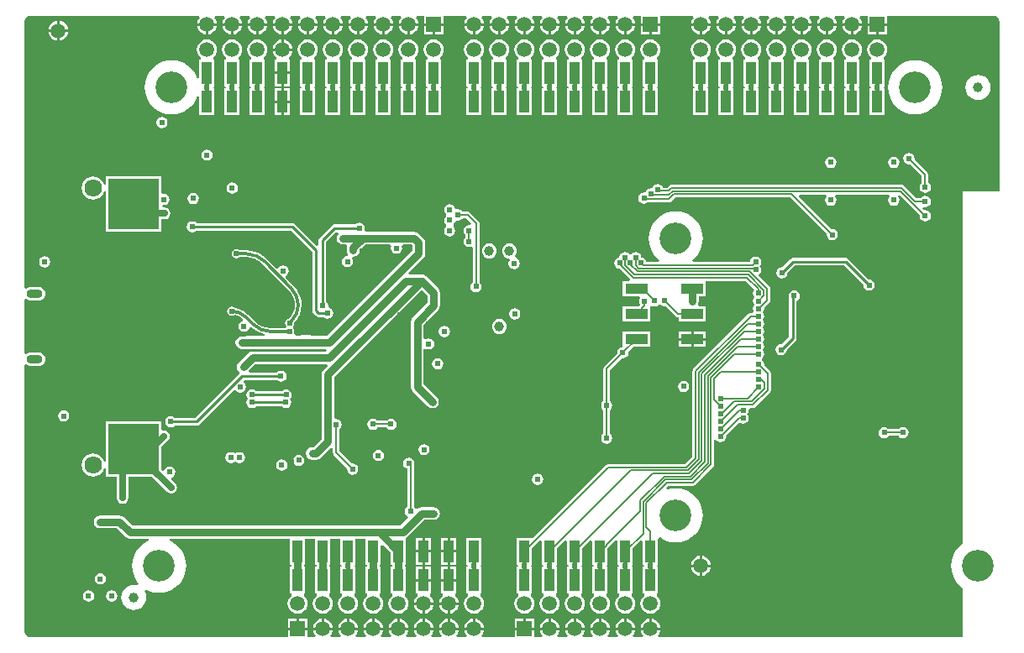
<source format=gbl>
%FSLAX24Y24*%
%MOIN*%
G70*
G01*
G75*
G04 Layer_Physical_Order=4*
G04 Layer_Color=16711680*
%ADD10C,0.0060*%
%ADD11C,0.0150*%
%ADD12C,0.0138*%
%ADD13C,0.0138*%
%ADD14C,0.0080*%
%ADD15C,0.0080*%
%ADD16C,0.0150*%
%ADD17R,0.0354X0.0138*%
%ADD18R,0.0400X0.0300*%
%ADD19C,0.0394*%
%ADD20R,0.0472X0.0512*%
%ADD21R,0.0315X0.0295*%
%ADD22R,0.0228X0.0197*%
%ADD23R,0.0256X0.0335*%
%ADD24R,0.0551X0.0630*%
%ADD25R,0.0610X0.0748*%
%ADD26R,0.0532X0.0157*%
%ADD27R,0.0394X0.0335*%
%ADD28R,0.0236X0.0335*%
%ADD29R,0.0276X0.0118*%
%ADD30R,0.0472X0.0433*%
%ADD31O,0.0650X0.0118*%
%ADD32O,0.0118X0.0650*%
%ADD33O,0.0256X0.0079*%
%ADD34O,0.0079X0.0256*%
%ADD35R,0.1850X0.1850*%
G04:AMPARAMS|DCode=36|XSize=47.2mil|YSize=43.3mil|CornerRadius=0mil|HoleSize=0mil|Usage=FLASHONLY|Rotation=225.000|XOffset=0mil|YOffset=0mil|HoleType=Round|Shape=Rectangle|*
%AMROTATEDRECTD36*
4,1,4,0.0014,0.0320,0.0320,0.0014,-0.0014,-0.0320,-0.0320,-0.0014,0.0014,0.0320,0.0*
%
%ADD36ROTATEDRECTD36*%

%ADD37R,0.0295X0.0315*%
%ADD38R,0.0197X0.0256*%
%ADD39R,0.0315X0.0295*%
%ADD40R,0.1500X0.0500*%
%ADD41R,0.0402X0.0862*%
%ADD42R,0.1083X0.0551*%
%ADD43R,0.0394X0.0709*%
%ADD44C,0.0079*%
%ADD45R,0.0197X0.0236*%
%ADD46R,0.0472X0.0984*%
%ADD47R,0.0945X0.0299*%
%ADD48C,0.0310*%
%ADD49R,0.1252X0.0500*%
%ADD50R,0.0236X0.0217*%
%ADD51R,0.0217X0.0236*%
G04:AMPARAMS|DCode=52|XSize=19.7mil|YSize=23.6mil|CornerRadius=0mil|HoleSize=0mil|Usage=FLASHONLY|Rotation=45.000|XOffset=0mil|YOffset=0mil|HoleType=Round|Shape=Rectangle|*
%AMROTATEDRECTD52*
4,1,4,0.0014,-0.0153,-0.0153,0.0014,-0.0014,0.0153,0.0153,-0.0014,0.0014,-0.0153,0.0*
%
%ADD52ROTATEDRECTD52*%

%ADD53R,0.0236X0.0197*%
%ADD54R,0.0299X0.0945*%
%ADD55C,0.0100*%
%ADD56C,0.0300*%
%ADD57C,0.0250*%
%ADD58C,0.0200*%
%ADD59C,0.0090*%
%ADD60C,0.0500*%
%ADD61C,0.0450*%
%ADD62R,0.0500X0.0300*%
%ADD63C,0.0591*%
%ADD64O,0.0630X0.0354*%
%ADD65C,0.0390*%
%ADD66C,0.0701*%
%ADD67R,0.0591X0.0591*%
%ADD68C,0.1260*%
%ADD69C,0.0260*%
%ADD70C,0.0240*%
%ADD71R,0.2000X0.2000*%
%ADD72R,0.0874X0.0402*%
G36*
X398Y12347D02*
D01*
X400Y12347D01*
X7068D01*
X7095Y12312D01*
X7113Y12275D01*
X7055Y12199D01*
X7015Y12103D01*
X7008Y12050D01*
X7792D01*
X7785Y12103D01*
X7745Y12199D01*
X7687Y12275D01*
X7705Y12312D01*
X7732Y12347D01*
X8068D01*
X8095Y12312D01*
X8113Y12275D01*
X8055Y12199D01*
X8015Y12103D01*
X8008Y12050D01*
X8792D01*
X8785Y12103D01*
X8745Y12199D01*
X8687Y12275D01*
X8705Y12312D01*
X8732Y12347D01*
X9068D01*
X9095Y12312D01*
X9113Y12275D01*
X9055Y12199D01*
X9015Y12103D01*
X9008Y12050D01*
X9792D01*
X9785Y12103D01*
X9745Y12199D01*
X9687Y12275D01*
X9705Y12312D01*
X9732Y12347D01*
X10068D01*
X10095Y12312D01*
X10113Y12275D01*
X10055Y12199D01*
X10015Y12103D01*
X10008Y12050D01*
X10792D01*
X10785Y12103D01*
X10745Y12199D01*
X10687Y12275D01*
X10705Y12312D01*
X10732Y12347D01*
X11068D01*
X11095Y12312D01*
X11113Y12275D01*
X11055Y12199D01*
X11015Y12103D01*
X11008Y12050D01*
X11792D01*
X11785Y12103D01*
X11745Y12199D01*
X11687Y12275D01*
X11705Y12312D01*
X11732Y12347D01*
X12068D01*
X12095Y12312D01*
X12113Y12275D01*
X12055Y12199D01*
X12015Y12103D01*
X12008Y12050D01*
X12792D01*
X12785Y12103D01*
X12745Y12199D01*
X12687Y12275D01*
X12705Y12312D01*
X12732Y12347D01*
X13068D01*
X13095Y12312D01*
X13113Y12275D01*
X13055Y12199D01*
X13015Y12103D01*
X13008Y12050D01*
X13792D01*
X13785Y12103D01*
X13745Y12199D01*
X13687Y12275D01*
X13705Y12312D01*
X13732Y12347D01*
X14068D01*
X14095Y12312D01*
X14113Y12275D01*
X14055Y12199D01*
X14015Y12103D01*
X14008Y12050D01*
X14792D01*
X14785Y12103D01*
X14745Y12199D01*
X14687Y12275D01*
X14705Y12312D01*
X14732Y12347D01*
X15068D01*
X15095Y12312D01*
X15113Y12275D01*
X15055Y12199D01*
X15015Y12103D01*
X15008Y12050D01*
X15792D01*
X15785Y12103D01*
X15745Y12199D01*
X15687Y12275D01*
X15705Y12312D01*
X15732Y12347D01*
X16005D01*
Y12050D01*
X16795D01*
Y12347D01*
X17668D01*
X17695Y12312D01*
X17713Y12275D01*
X17655Y12199D01*
X17615Y12103D01*
X17608Y12050D01*
X18392D01*
X18385Y12103D01*
X18345Y12199D01*
X18287Y12275D01*
X18305Y12312D01*
X18332Y12347D01*
X18668D01*
X18695Y12312D01*
X18713Y12275D01*
X18655Y12199D01*
X18615Y12103D01*
X18608Y12050D01*
X19392D01*
X19385Y12103D01*
X19345Y12199D01*
X19287Y12275D01*
X19305Y12312D01*
X19332Y12347D01*
X19668D01*
X19695Y12312D01*
X19713Y12275D01*
X19655Y12199D01*
X19615Y12103D01*
X19608Y12050D01*
X20392D01*
X20385Y12103D01*
X20345Y12199D01*
X20287Y12275D01*
X20305Y12312D01*
X20332Y12347D01*
X20668D01*
X20695Y12312D01*
X20713Y12275D01*
X20655Y12199D01*
X20615Y12103D01*
X20608Y12050D01*
X21392D01*
X21385Y12103D01*
X21345Y12199D01*
X21287Y12275D01*
X21305Y12312D01*
X21332Y12347D01*
X21668D01*
X21695Y12312D01*
X21713Y12275D01*
X21655Y12199D01*
X21615Y12103D01*
X21608Y12050D01*
X22392D01*
X22385Y12103D01*
X22345Y12199D01*
X22287Y12275D01*
X22305Y12312D01*
X22332Y12347D01*
X22668D01*
X22695Y12312D01*
X22713Y12275D01*
X22655Y12199D01*
X22615Y12103D01*
X22608Y12050D01*
X23392D01*
X23385Y12103D01*
X23345Y12199D01*
X23287Y12275D01*
X23305Y12312D01*
X23332Y12347D01*
X23668D01*
X23695Y12312D01*
X23713Y12275D01*
X23655Y12199D01*
X23615Y12103D01*
X23608Y12050D01*
X24392D01*
X24385Y12103D01*
X24345Y12199D01*
X24287Y12275D01*
X24305Y12312D01*
X24332Y12347D01*
X24605D01*
Y12050D01*
X25395D01*
Y12347D01*
X26668D01*
X26695Y12312D01*
X26713Y12275D01*
X26655Y12199D01*
X26615Y12103D01*
X26608Y12050D01*
X27392D01*
X27385Y12103D01*
X27345Y12199D01*
X27287Y12275D01*
X27305Y12312D01*
X27332Y12347D01*
X27668D01*
X27695Y12312D01*
X27713Y12275D01*
X27655Y12199D01*
X27615Y12103D01*
X27608Y12050D01*
X28392D01*
X28385Y12103D01*
X28345Y12199D01*
X28287Y12275D01*
X28305Y12312D01*
X28332Y12347D01*
X28668D01*
X28695Y12312D01*
X28713Y12275D01*
X28655Y12199D01*
X28615Y12103D01*
X28608Y12050D01*
X29392D01*
X29385Y12103D01*
X29345Y12199D01*
X29287Y12275D01*
X29305Y12312D01*
X29332Y12347D01*
X29668D01*
X29695Y12312D01*
X29713Y12275D01*
X29655Y12199D01*
X29615Y12103D01*
X29608Y12050D01*
X30392D01*
X30385Y12103D01*
X30345Y12199D01*
X30287Y12275D01*
X30305Y12312D01*
X30332Y12347D01*
X30668D01*
X30695Y12312D01*
X30713Y12275D01*
X30655Y12199D01*
X30615Y12103D01*
X30608Y12050D01*
X31392D01*
X31385Y12103D01*
X31345Y12199D01*
X31287Y12275D01*
X31305Y12312D01*
X31332Y12347D01*
X31668D01*
X31695Y12312D01*
X31713Y12275D01*
X31655Y12199D01*
X31615Y12103D01*
X31608Y12050D01*
X32392D01*
X32385Y12103D01*
X32345Y12199D01*
X32287Y12275D01*
X32305Y12312D01*
X32332Y12347D01*
X32668D01*
X32695Y12312D01*
X32713Y12275D01*
X32655Y12199D01*
X32615Y12103D01*
X32608Y12050D01*
X33392D01*
X33385Y12103D01*
X33345Y12199D01*
X33287Y12275D01*
X33305Y12312D01*
X33332Y12347D01*
X33605D01*
Y12050D01*
X34395D01*
Y12347D01*
X38600D01*
X38607Y12348D01*
X38696Y12331D01*
X38777Y12277D01*
X38831Y12196D01*
X38848Y12107D01*
X38847Y12100D01*
X38847D01*
X38847Y12100D01*
Y5400D01*
X38831Y5380D01*
X37401D01*
X37400Y-8607D01*
X37366Y-8628D01*
X37238Y-8738D01*
X37128Y-8866D01*
X37039Y-9011D01*
X36975Y-9167D01*
X36935Y-9331D01*
X36922Y-9500D01*
X36935Y-9669D01*
X36975Y-9833D01*
X37039Y-9989D01*
X37128Y-10134D01*
X37238Y-10262D01*
X37366Y-10372D01*
X37400Y-10393D01*
X37400Y-12347D01*
X25332D01*
X25305Y-12312D01*
X25287Y-12275D01*
X25345Y-12199D01*
X25385Y-12103D01*
X25392Y-12050D01*
X24608D01*
X24615Y-12103D01*
X24655Y-12199D01*
X24713Y-12275D01*
X24695Y-12312D01*
X24668Y-12347D01*
X24332D01*
X24305Y-12312D01*
X24287Y-12275D01*
X24345Y-12199D01*
X24385Y-12103D01*
X24392Y-12050D01*
X23608D01*
X23615Y-12103D01*
X23655Y-12199D01*
X23713Y-12275D01*
X23695Y-12312D01*
X23668Y-12347D01*
X23332D01*
X23305Y-12312D01*
X23287Y-12275D01*
X23345Y-12199D01*
X23385Y-12103D01*
X23392Y-12050D01*
X22608D01*
X22615Y-12103D01*
X22655Y-12199D01*
X22713Y-12275D01*
X22695Y-12312D01*
X22668Y-12347D01*
X22332D01*
X22305Y-12312D01*
X22287Y-12275D01*
X22345Y-12199D01*
X22385Y-12103D01*
X22392Y-12050D01*
X21608D01*
X21615Y-12103D01*
X21655Y-12199D01*
X21713Y-12275D01*
X21695Y-12312D01*
X21668Y-12347D01*
X21332D01*
X21305Y-12312D01*
X21287Y-12275D01*
X21345Y-12199D01*
X21385Y-12103D01*
X21392Y-12050D01*
X20608D01*
X20615Y-12103D01*
X20655Y-12199D01*
X20713Y-12275D01*
X20695Y-12312D01*
X20668Y-12347D01*
X20395D01*
Y-12050D01*
X19605D01*
Y-12347D01*
X18332D01*
X18305Y-12312D01*
X18287Y-12275D01*
X18345Y-12199D01*
X18385Y-12103D01*
X18392Y-12050D01*
X17608D01*
X17615Y-12103D01*
X17655Y-12199D01*
X17713Y-12275D01*
X17695Y-12312D01*
X17668Y-12347D01*
X17332D01*
X17305Y-12312D01*
X17287Y-12275D01*
X17345Y-12199D01*
X17385Y-12103D01*
X17392Y-12050D01*
X16608D01*
X16615Y-12103D01*
X16655Y-12199D01*
X16713Y-12275D01*
X16695Y-12312D01*
X16668Y-12347D01*
X16332D01*
X16305Y-12312D01*
X16287Y-12275D01*
X16345Y-12199D01*
X16385Y-12103D01*
X16392Y-12050D01*
X15608D01*
X15615Y-12103D01*
X15655Y-12199D01*
X15713Y-12275D01*
X15695Y-12312D01*
X15668Y-12347D01*
X15332D01*
X15305Y-12312D01*
X15287Y-12275D01*
X15345Y-12199D01*
X15385Y-12103D01*
X15392Y-12050D01*
X14608D01*
X14615Y-12103D01*
X14655Y-12199D01*
X14713Y-12275D01*
X14695Y-12312D01*
X14668Y-12347D01*
X14332D01*
X14305Y-12312D01*
X14287Y-12275D01*
X14345Y-12199D01*
X14385Y-12103D01*
X14392Y-12050D01*
X13608D01*
X13615Y-12103D01*
X13655Y-12199D01*
X13713Y-12275D01*
X13695Y-12312D01*
X13668Y-12347D01*
X13332D01*
X13305Y-12312D01*
X13287Y-12275D01*
X13345Y-12199D01*
X13385Y-12103D01*
X13392Y-12050D01*
X12608D01*
X12615Y-12103D01*
X12655Y-12199D01*
X12713Y-12275D01*
X12695Y-12312D01*
X12668Y-12347D01*
X12332D01*
X12305Y-12312D01*
X12287Y-12275D01*
X12345Y-12199D01*
X12385Y-12103D01*
X12392Y-12050D01*
X11608D01*
X11615Y-12103D01*
X11655Y-12199D01*
X11713Y-12275D01*
X11695Y-12312D01*
X11668Y-12347D01*
X11395D01*
Y-12050D01*
X10605D01*
Y-12347D01*
X400D01*
X393Y-12348D01*
X304Y-12331D01*
X223Y-12277D01*
X169Y-12196D01*
X152Y-12107D01*
X153Y-12100D01*
X153Y-1521D01*
X229Y-1495D01*
X230Y-1497D01*
X288Y-1541D01*
X355Y-1569D01*
X427Y-1579D01*
X703D01*
X775Y-1569D01*
X843Y-1541D01*
X901Y-1497D01*
X945Y-1439D01*
X973Y-1372D01*
X983Y-1299D01*
X973Y-1227D01*
X945Y-1159D01*
X901Y-1102D01*
X843Y-1057D01*
X775Y-1029D01*
X703Y-1020D01*
X427D01*
X355Y-1029D01*
X288Y-1057D01*
X230Y-1102D01*
X229Y-1103D01*
X153Y-1077D01*
Y1077D01*
X229Y1103D01*
X230Y1102D01*
X288Y1057D01*
X355Y1029D01*
X427Y1020D01*
X703D01*
X775Y1029D01*
X843Y1057D01*
X901Y1102D01*
X945Y1159D01*
X973Y1227D01*
X983Y1299D01*
X973Y1372D01*
X945Y1439D01*
X901Y1497D01*
X843Y1541D01*
X775Y1569D01*
X703Y1579D01*
X427D01*
X355Y1569D01*
X288Y1541D01*
X230Y1497D01*
X229Y1495D01*
X153Y1521D01*
X153Y12110D01*
X152Y12114D01*
X169Y12199D01*
X222Y12278D01*
X301Y12331D01*
X391Y12349D01*
X398Y12347D01*
D02*
G37*
%LPC*%
G36*
X8683Y-4983D02*
X8598Y-5000D01*
X8525Y-5048D01*
X8507D01*
X8435Y-5000D01*
X8349Y-4983D01*
X8263Y-5000D01*
X8190Y-5048D01*
X8142Y-5121D01*
X8124Y-5207D01*
X8142Y-5293D01*
X8190Y-5365D01*
X8263Y-5414D01*
X8349Y-5431D01*
X8435Y-5414D01*
X8507Y-5365D01*
X8525D01*
X8598Y-5414D01*
X8683Y-5431D01*
X8769Y-5414D01*
X8842Y-5365D01*
X8891Y-5293D01*
X8908Y-5207D01*
X8891Y-5121D01*
X8842Y-5048D01*
X8769Y-5000D01*
X8683Y-4983D01*
D02*
G37*
G36*
X35013Y-3988D02*
X34927Y-4005D01*
X34854Y-4054D01*
X34837Y-4080D01*
X34449D01*
X34431Y-4054D01*
X34358Y-4005D01*
X34273Y-3988D01*
X34187Y-4005D01*
X34114Y-4054D01*
X34065Y-4127D01*
X34048Y-4213D01*
X34065Y-4298D01*
X34114Y-4371D01*
X34187Y-4420D01*
X34273Y-4437D01*
X34358Y-4420D01*
X34431Y-4371D01*
X34449Y-4345D01*
X34837D01*
X34854Y-4371D01*
X34927Y-4420D01*
X35013Y-4437D01*
X35098Y-4420D01*
X35171Y-4371D01*
X35220Y-4298D01*
X35237Y-4213D01*
X35220Y-4127D01*
X35171Y-4054D01*
X35098Y-4005D01*
X35013Y-3988D01*
D02*
G37*
G36*
X16010Y-4666D02*
X15924Y-4683D01*
X15851Y-4731D01*
X15803Y-4804D01*
X15786Y-4890D01*
X15803Y-4976D01*
X15851Y-5049D01*
X15924Y-5097D01*
X16010Y-5114D01*
X16096Y-5097D01*
X16169Y-5049D01*
X16217Y-4976D01*
X16234Y-4890D01*
X16217Y-4804D01*
X16169Y-4731D01*
X16096Y-4683D01*
X16010Y-4666D01*
D02*
G37*
G36*
X14200Y-4896D02*
X14114Y-4913D01*
X14041Y-4961D01*
X13993Y-5034D01*
X13976Y-5120D01*
X13993Y-5206D01*
X14041Y-5279D01*
X14114Y-5327D01*
X14200Y-5344D01*
X14286Y-5327D01*
X14359Y-5279D01*
X14407Y-5206D01*
X14424Y-5120D01*
X14407Y-5034D01*
X14359Y-4961D01*
X14286Y-4913D01*
X14200Y-4896D01*
D02*
G37*
G36*
X1710Y-3326D02*
X1624Y-3343D01*
X1551Y-3391D01*
X1503Y-3464D01*
X1486Y-3550D01*
X1503Y-3636D01*
X1551Y-3709D01*
X1624Y-3757D01*
X1710Y-3774D01*
X1796Y-3757D01*
X1869Y-3709D01*
X1917Y-3636D01*
X1934Y-3550D01*
X1917Y-3464D01*
X1869Y-3391D01*
X1796Y-3343D01*
X1710Y-3326D01*
D02*
G37*
G36*
X16556Y-1256D02*
X16470Y-1273D01*
X16397Y-1321D01*
X16349Y-1394D01*
X16332Y-1480D01*
X16349Y-1566D01*
X16397Y-1639D01*
X16470Y-1687D01*
X16556Y-1704D01*
X16642Y-1687D01*
X16715Y-1639D01*
X16763Y-1566D01*
X16780Y-1480D01*
X16763Y-1394D01*
X16715Y-1321D01*
X16642Y-1273D01*
X16556Y-1256D01*
D02*
G37*
G36*
X24975Y-199D02*
X23901D01*
Y-801D01*
X23901Y-801D01*
X23901D01*
X23898Y-816D01*
X23812Y-833D01*
X23739Y-881D01*
X23691Y-954D01*
X23673Y-1040D01*
X23680Y-1071D01*
X23166Y-1584D01*
X23138Y-1627D01*
X23127Y-1678D01*
Y-2964D01*
X23101Y-2981D01*
X23053Y-3054D01*
X23036Y-3140D01*
X23053Y-3226D01*
X23101Y-3299D01*
X23127Y-3316D01*
Y-4254D01*
X23101Y-4271D01*
X23053Y-4344D01*
X23036Y-4430D01*
X23053Y-4516D01*
X23101Y-4589D01*
X23174Y-4637D01*
X23260Y-4654D01*
X23346Y-4637D01*
X23419Y-4589D01*
X23467Y-4516D01*
X23484Y-4430D01*
X23467Y-4344D01*
X23419Y-4271D01*
X23393Y-4254D01*
Y-3316D01*
X23419Y-3299D01*
X23467Y-3226D01*
X23484Y-3140D01*
X23467Y-3054D01*
X23419Y-2981D01*
X23393Y-2964D01*
Y-1733D01*
X23867Y-1258D01*
X23898Y-1264D01*
X23984Y-1247D01*
X24056Y-1199D01*
X24105Y-1126D01*
X24122Y-1040D01*
X24116Y-1009D01*
X24324Y-801D01*
X24975D01*
Y-199D01*
D02*
G37*
G36*
X10536Y-2486D02*
X10450Y-2503D01*
X10377Y-2551D01*
X10374Y-2557D01*
X9348D01*
X9345Y-2551D01*
X9272Y-2503D01*
X9186Y-2486D01*
X9100Y-2503D01*
X9027Y-2551D01*
X8979Y-2624D01*
X8962Y-2710D01*
X8979Y-2796D01*
X9022Y-2860D01*
X8979Y-2924D01*
X8962Y-3010D01*
X8979Y-3096D01*
X9027Y-3169D01*
X9100Y-3217D01*
X9186Y-3234D01*
X9272Y-3217D01*
X9345Y-3169D01*
X9348Y-3163D01*
X10364D01*
X10367Y-3169D01*
X10440Y-3217D01*
X10526Y-3234D01*
X10612Y-3217D01*
X10685Y-3169D01*
X10733Y-3096D01*
X10750Y-3010D01*
X10733Y-2924D01*
X10695Y-2867D01*
X10743Y-2796D01*
X10760Y-2710D01*
X10743Y-2624D01*
X10695Y-2551D01*
X10622Y-2503D01*
X10536Y-2486D01*
D02*
G37*
G36*
X14696Y-3656D02*
X14610Y-3673D01*
X14537Y-3721D01*
X14520Y-3747D01*
X14162D01*
X14145Y-3721D01*
X14072Y-3673D01*
X13986Y-3656D01*
X13900Y-3673D01*
X13827Y-3721D01*
X13779Y-3794D01*
X13762Y-3880D01*
X13779Y-3966D01*
X13827Y-4039D01*
X13900Y-4087D01*
X13986Y-4104D01*
X14072Y-4087D01*
X14145Y-4039D01*
X14162Y-4013D01*
X14520D01*
X14537Y-4039D01*
X14610Y-4087D01*
X14696Y-4104D01*
X14782Y-4087D01*
X14855Y-4039D01*
X14903Y-3966D01*
X14920Y-3880D01*
X14903Y-3794D01*
X14855Y-3721D01*
X14782Y-3673D01*
X14696Y-3656D01*
D02*
G37*
G36*
X26310Y-2156D02*
X26224Y-2173D01*
X26151Y-2221D01*
X26103Y-2294D01*
X26086Y-2380D01*
X26103Y-2466D01*
X26151Y-2539D01*
X26224Y-2587D01*
X26310Y-2604D01*
X26396Y-2587D01*
X26469Y-2539D01*
X26517Y-2466D01*
X26534Y-2380D01*
X26517Y-2294D01*
X26469Y-2221D01*
X26396Y-2173D01*
X26310Y-2156D01*
D02*
G37*
G36*
X5599Y-3762D02*
X3399D01*
Y-5381D01*
X3319Y-5386D01*
X3319Y-5382D01*
X3273Y-5273D01*
X3201Y-5179D01*
X3107Y-5107D01*
X2998Y-5061D01*
X2880Y-5046D01*
X2762Y-5061D01*
X2653Y-5107D01*
X2559Y-5179D01*
X2486Y-5273D01*
X2441Y-5382D01*
X2426Y-5500D01*
X2441Y-5618D01*
X2486Y-5727D01*
X2559Y-5821D01*
X2653Y-5893D01*
X2762Y-5939D01*
X2880Y-5954D01*
X2998Y-5939D01*
X3107Y-5893D01*
X3201Y-5821D01*
X3273Y-5727D01*
X3319Y-5618D01*
X3319Y-5614D01*
X3399Y-5619D01*
Y-5962D01*
X3821D01*
Y-6804D01*
X3838Y-6892D01*
X3888Y-6966D01*
X3962Y-7016D01*
X4050Y-7034D01*
X4138Y-7016D01*
X4212Y-6966D01*
X4262Y-6892D01*
X4279Y-6804D01*
Y-5962D01*
X5218D01*
X5818Y-6562D01*
X5892Y-6612D01*
X5980Y-6629D01*
X6068Y-6612D01*
X6142Y-6562D01*
X6192Y-6488D01*
X6209Y-6400D01*
X6192Y-6312D01*
X6142Y-6238D01*
X5971Y-6066D01*
X5994Y-5990D01*
X6006Y-5987D01*
X6079Y-5939D01*
X6127Y-5866D01*
X6144Y-5780D01*
X6127Y-5694D01*
X6079Y-5621D01*
X6006Y-5573D01*
X5920Y-5556D01*
X5834Y-5573D01*
X5761Y-5621D01*
X5713Y-5694D01*
X5710Y-5706D01*
X5663Y-5720D01*
X5599Y-5673D01*
Y-4775D01*
X5862Y-4512D01*
X5912Y-4438D01*
X5929Y-4350D01*
X5912Y-4262D01*
X5862Y-4188D01*
X5788Y-4138D01*
X5700Y-4121D01*
X5661Y-4128D01*
X5599Y-4078D01*
Y-3762D01*
D02*
G37*
G36*
X15950Y-8392D02*
X15699D01*
Y-8873D01*
X15950D01*
Y-8392D01*
D02*
G37*
G36*
X16301D02*
X16050D01*
Y-8873D01*
X16301D01*
Y-8392D01*
D02*
G37*
G36*
X27050Y-9108D02*
Y-9450D01*
X27392D01*
X27385Y-9397D01*
X27345Y-9301D01*
X27282Y-9218D01*
X27199Y-9155D01*
X27103Y-9115D01*
X27050Y-9108D01*
D02*
G37*
G36*
X17301Y-8973D02*
X17050D01*
Y-9454D01*
X17301D01*
Y-8973D01*
D02*
G37*
G36*
X26950Y-9108D02*
X26897Y-9115D01*
X26801Y-9155D01*
X26718Y-9218D01*
X26655Y-9301D01*
X26615Y-9397D01*
X26608Y-9450D01*
X26950D01*
Y-9108D01*
D02*
G37*
G36*
X16950Y-8392D02*
X16699D01*
Y-8873D01*
X16950D01*
Y-8392D01*
D02*
G37*
G36*
X10364Y-5273D02*
X10278Y-5291D01*
X10205Y-5339D01*
X10157Y-5412D01*
X10140Y-5498D01*
X10157Y-5584D01*
X10205Y-5656D01*
X10278Y-5705D01*
X10364Y-5722D01*
X10450Y-5705D01*
X10522Y-5656D01*
X10571Y-5584D01*
X10588Y-5498D01*
X10571Y-5412D01*
X10522Y-5339D01*
X10450Y-5291D01*
X10364Y-5273D01*
D02*
G37*
G36*
X11036Y-5086D02*
X10950Y-5103D01*
X10877Y-5151D01*
X10829Y-5224D01*
X10812Y-5310D01*
X10829Y-5396D01*
X10877Y-5469D01*
X10950Y-5517D01*
X11036Y-5534D01*
X11122Y-5517D01*
X11195Y-5469D01*
X11243Y-5396D01*
X11260Y-5310D01*
X11243Y-5224D01*
X11195Y-5151D01*
X11122Y-5103D01*
X11036Y-5086D01*
D02*
G37*
G36*
X20520Y-5846D02*
X20434Y-5863D01*
X20361Y-5911D01*
X20313Y-5984D01*
X20296Y-6070D01*
X20313Y-6156D01*
X20361Y-6229D01*
X20434Y-6277D01*
X20520Y-6294D01*
X20606Y-6277D01*
X20679Y-6229D01*
X20727Y-6156D01*
X20744Y-6070D01*
X20727Y-5984D01*
X20679Y-5911D01*
X20606Y-5863D01*
X20520Y-5846D01*
D02*
G37*
G36*
X17301Y-8392D02*
X17050D01*
Y-8873D01*
X17301D01*
Y-8392D01*
D02*
G37*
G36*
X15406Y-5205D02*
X15321Y-5222D01*
X15248Y-5271D01*
X15199Y-5344D01*
X15182Y-5430D01*
X15199Y-5516D01*
X15248Y-5588D01*
X15321Y-5637D01*
X15337Y-5640D01*
Y-7154D01*
X15311Y-7171D01*
X15263Y-7244D01*
X15246Y-7330D01*
X15263Y-7416D01*
X15311Y-7489D01*
X15367Y-7525D01*
X15374Y-7605D01*
X15064Y-7915D01*
X4456D01*
X4114Y-7574D01*
X4032Y-7519D01*
X3934Y-7499D01*
X3164D01*
X3067Y-7519D01*
X2984Y-7574D01*
X2929Y-7657D01*
X2909Y-7754D01*
X2929Y-7852D01*
X2984Y-7934D01*
X3067Y-7990D01*
X3164Y-8009D01*
X3829D01*
X4170Y-8350D01*
X4252Y-8405D01*
X4350Y-8425D01*
X5082D01*
X5097Y-8503D01*
X5010Y-8539D01*
X4866Y-8628D01*
X4738Y-8738D01*
X4628Y-8866D01*
X4539Y-9011D01*
X4475Y-9167D01*
X4435Y-9331D01*
X4422Y-9500D01*
X4435Y-9669D01*
X4475Y-9833D01*
X4539Y-9989D01*
X4628Y-10134D01*
X4692Y-10209D01*
X4645Y-10273D01*
X4629Y-10267D01*
X4500Y-10250D01*
X4371Y-10267D01*
X4250Y-10317D01*
X4146Y-10396D01*
X4067Y-10500D01*
X4017Y-10621D01*
X4000Y-10750D01*
X4017Y-10879D01*
X4067Y-11000D01*
X4146Y-11104D01*
X4250Y-11183D01*
X4371Y-11233D01*
X4500Y-11250D01*
X4629Y-11233D01*
X4750Y-11183D01*
X4854Y-11104D01*
X4933Y-11000D01*
X4983Y-10879D01*
X5000Y-10750D01*
X4983Y-10621D01*
X4934Y-10503D01*
X4983Y-10462D01*
X4996Y-10452D01*
X5010Y-10461D01*
X5167Y-10525D01*
X5331Y-10565D01*
X5500Y-10578D01*
X5669Y-10565D01*
X5833Y-10525D01*
X5989Y-10461D01*
X6134Y-10372D01*
X6262Y-10262D01*
X6372Y-10134D01*
X6461Y-9989D01*
X6525Y-9833D01*
X6565Y-9669D01*
X6578Y-9500D01*
X6565Y-9331D01*
X6525Y-9167D01*
X6461Y-9011D01*
X6372Y-8866D01*
X6262Y-8738D01*
X6134Y-8628D01*
X5989Y-8539D01*
X5903Y-8503D01*
X5918Y-8425D01*
X10699D01*
Y-9454D01*
X10745D01*
Y-9546D01*
X10699D01*
Y-10608D01*
X10737D01*
X10763Y-10684D01*
X10718Y-10718D01*
X10655Y-10801D01*
X10615Y-10897D01*
X10601Y-11000D01*
X10615Y-11103D01*
X10655Y-11199D01*
X10718Y-11282D01*
X10801Y-11345D01*
X10897Y-11385D01*
X11000Y-11399D01*
X11103Y-11385D01*
X11199Y-11345D01*
X11282Y-11282D01*
X11345Y-11199D01*
X11385Y-11103D01*
X11399Y-11000D01*
X11385Y-10897D01*
X11345Y-10801D01*
X11282Y-10718D01*
X11237Y-10684D01*
X11263Y-10608D01*
X11301D01*
Y-9546D01*
X11255D01*
Y-9454D01*
X11301D01*
Y-8425D01*
X11699D01*
Y-9454D01*
X11745D01*
Y-9546D01*
X11699D01*
Y-10608D01*
X11737D01*
X11763Y-10684D01*
X11718Y-10718D01*
X11655Y-10801D01*
X11615Y-10897D01*
X11601Y-11000D01*
X11615Y-11103D01*
X11655Y-11199D01*
X11718Y-11282D01*
X11801Y-11345D01*
X11897Y-11385D01*
X12000Y-11399D01*
X12103Y-11385D01*
X12199Y-11345D01*
X12282Y-11282D01*
X12345Y-11199D01*
X12385Y-11103D01*
X12399Y-11000D01*
X12385Y-10897D01*
X12345Y-10801D01*
X12282Y-10718D01*
X12237Y-10684D01*
X12263Y-10608D01*
X12301D01*
Y-9546D01*
X12255D01*
Y-9454D01*
X12301D01*
Y-8425D01*
X12699D01*
Y-9454D01*
X12720D01*
X12741Y-9500D01*
X12720Y-9546D01*
X12699D01*
Y-10608D01*
X12737D01*
X12763Y-10684D01*
X12718Y-10718D01*
X12655Y-10801D01*
X12615Y-10897D01*
X12601Y-11000D01*
X12615Y-11103D01*
X12655Y-11199D01*
X12718Y-11282D01*
X12801Y-11345D01*
X12897Y-11385D01*
X13000Y-11399D01*
X13103Y-11385D01*
X13199Y-11345D01*
X13282Y-11282D01*
X13345Y-11199D01*
X13385Y-11103D01*
X13399Y-11000D01*
X13385Y-10897D01*
X13345Y-10801D01*
X13282Y-10718D01*
X13237Y-10684D01*
X13263Y-10608D01*
X13301D01*
Y-9546D01*
X13280D01*
X13259Y-9500D01*
X13280Y-9454D01*
X13301D01*
Y-8425D01*
X13699D01*
Y-9454D01*
X13745D01*
Y-9546D01*
X13699D01*
Y-10608D01*
X13737D01*
X13763Y-10684D01*
X13718Y-10718D01*
X13655Y-10801D01*
X13615Y-10897D01*
X13601Y-11000D01*
X13615Y-11103D01*
X13655Y-11199D01*
X13718Y-11282D01*
X13801Y-11345D01*
X13897Y-11385D01*
X14000Y-11399D01*
X14103Y-11385D01*
X14199Y-11345D01*
X14282Y-11282D01*
X14345Y-11199D01*
X14385Y-11103D01*
X14399Y-11000D01*
X14385Y-10897D01*
X14345Y-10801D01*
X14282Y-10718D01*
X14237Y-10684D01*
X14263Y-10608D01*
X14301D01*
Y-9546D01*
X14255D01*
Y-9454D01*
X14301D01*
Y-8689D01*
X14375Y-8658D01*
X14699Y-8983D01*
Y-9454D01*
X14745D01*
Y-9500D01*
Y-9546D01*
X14699D01*
Y-10608D01*
X14737D01*
X14763Y-10684D01*
X14718Y-10718D01*
X14655Y-10801D01*
X14615Y-10897D01*
X14601Y-11000D01*
X14615Y-11103D01*
X14655Y-11199D01*
X14718Y-11282D01*
X14801Y-11345D01*
X14897Y-11385D01*
X15000Y-11399D01*
X15103Y-11385D01*
X15199Y-11345D01*
X15282Y-11282D01*
X15345Y-11199D01*
X15385Y-11103D01*
X15399Y-11000D01*
X15385Y-10897D01*
X15345Y-10801D01*
X15282Y-10718D01*
X15237Y-10684D01*
X15263Y-10608D01*
X15301D01*
Y-9546D01*
X15255D01*
Y-9500D01*
Y-9454D01*
X15301D01*
Y-8392D01*
X15301Y-8392D01*
X15301D01*
X15299Y-8385D01*
X15350Y-8350D01*
X16026Y-7675D01*
X16380D01*
X16478Y-7655D01*
X16560Y-7600D01*
X16616Y-7518D01*
X16635Y-7420D01*
X16616Y-7322D01*
X16560Y-7240D01*
X16478Y-7185D01*
X16380Y-7165D01*
X15920D01*
X15822Y-7185D01*
X15742Y-7239D01*
X15663Y-7223D01*
X15629Y-7171D01*
X15603Y-7154D01*
Y-5532D01*
X15614Y-5516D01*
X15631Y-5430D01*
X15614Y-5344D01*
X15565Y-5271D01*
X15492Y-5222D01*
X15406Y-5205D01*
D02*
G37*
G36*
X26612Y-550D02*
X26125D01*
Y-801D01*
X26612D01*
Y-550D01*
D02*
G37*
G36*
X6850Y5314D02*
X6764Y5297D01*
X6691Y5249D01*
X6643Y5176D01*
X6626Y5090D01*
X6643Y5004D01*
X6691Y4931D01*
X6764Y4883D01*
X6850Y4866D01*
X6936Y4883D01*
X7009Y4931D01*
X7057Y5004D01*
X7074Y5090D01*
X7057Y5176D01*
X7009Y5249D01*
X6936Y5297D01*
X6850Y5314D01*
D02*
G37*
G36*
X8400Y5724D02*
X8314Y5707D01*
X8241Y5659D01*
X8193Y5586D01*
X8176Y5500D01*
X8193Y5414D01*
X8241Y5341D01*
X8314Y5293D01*
X8400Y5276D01*
X8486Y5293D01*
X8559Y5341D01*
X8607Y5414D01*
X8624Y5500D01*
X8607Y5586D01*
X8559Y5659D01*
X8486Y5707D01*
X8400Y5724D01*
D02*
G37*
G36*
X17027Y4864D02*
X16941Y4847D01*
X16868Y4799D01*
X16820Y4726D01*
X16803Y4640D01*
X16820Y4554D01*
X16868Y4481D01*
X16885Y4470D01*
Y4390D01*
X16868Y4379D01*
X16820Y4306D01*
X16803Y4220D01*
X16820Y4134D01*
X16868Y4061D01*
X16885Y4050D01*
Y3970D01*
X16868Y3959D01*
X16820Y3886D01*
X16803Y3800D01*
X16820Y3714D01*
X16868Y3641D01*
X16941Y3593D01*
X17027Y3576D01*
X17113Y3593D01*
X17185Y3641D01*
X17234Y3714D01*
X17251Y3800D01*
X17234Y3886D01*
X17185Y3959D01*
X17168Y3970D01*
Y4050D01*
X17185Y4061D01*
X17234Y4134D01*
X17242Y4172D01*
X17308Y4216D01*
X17360Y4206D01*
X17446Y4223D01*
X17519Y4271D01*
X17536Y4297D01*
X17685D01*
X17888Y4095D01*
X17850Y4024D01*
X17800Y4034D01*
X17714Y4017D01*
X17641Y3969D01*
X17593Y3896D01*
X17576Y3810D01*
X17593Y3724D01*
X17641Y3651D01*
X17666Y3635D01*
Y3555D01*
X17641Y3539D01*
X17593Y3466D01*
X17576Y3380D01*
X17593Y3294D01*
X17641Y3221D01*
X17714Y3173D01*
X17800Y3156D01*
X17876Y3171D01*
X17937Y3120D01*
Y1766D01*
X17911Y1749D01*
X17863Y1676D01*
X17846Y1590D01*
X17863Y1504D01*
X17911Y1431D01*
X17984Y1383D01*
X18070Y1366D01*
X18156Y1383D01*
X18229Y1431D01*
X18277Y1504D01*
X18294Y1590D01*
X18277Y1676D01*
X18229Y1749D01*
X18203Y1766D01*
Y4100D01*
X18192Y4151D01*
X18164Y4194D01*
X17834Y4524D01*
X17791Y4552D01*
X17740Y4563D01*
X17536D01*
X17519Y4589D01*
X17446Y4637D01*
X17360Y4654D01*
X17274Y4637D01*
X17242Y4685D01*
X17234Y4726D01*
X17185Y4799D01*
X17113Y4847D01*
X17027Y4864D01*
D02*
G37*
G36*
X26000Y4578D02*
X25831Y4565D01*
X25667Y4525D01*
X25510Y4461D01*
X25366Y4372D01*
X25238Y4262D01*
X25128Y4134D01*
X25039Y3990D01*
X24975Y3833D01*
X24935Y3669D01*
X24922Y3500D01*
X24935Y3331D01*
X24975Y3167D01*
X25039Y3011D01*
X25128Y2866D01*
X25238Y2738D01*
X25355Y2638D01*
X25327Y2563D01*
X24836D01*
X24827Y2606D01*
X24779Y2679D01*
X24706Y2727D01*
X24634Y2742D01*
X24617Y2826D01*
X24569Y2899D01*
X24496Y2947D01*
X24410Y2964D01*
X24324Y2947D01*
X24251Y2899D01*
X24240Y2882D01*
X24160D01*
X24149Y2899D01*
X24076Y2947D01*
X23990Y2964D01*
X23904Y2947D01*
X23831Y2899D01*
X23783Y2826D01*
X23766Y2742D01*
X23694Y2727D01*
X23621Y2679D01*
X23573Y2606D01*
X23556Y2520D01*
X23573Y2434D01*
X23621Y2361D01*
X23694Y2313D01*
X23768Y2298D01*
X24191Y1875D01*
X24161Y1801D01*
X23901D01*
Y1199D01*
X24537D01*
X24575Y1129D01*
X24553Y1096D01*
X24536Y1010D01*
X24553Y924D01*
X24588Y871D01*
X24550Y801D01*
X23901D01*
Y199D01*
X24975D01*
Y794D01*
X25045Y832D01*
X25074Y813D01*
X25160Y796D01*
X25246Y813D01*
X25319Y861D01*
X25332Y881D01*
X25391D01*
X25464Y833D01*
X25550Y816D01*
X25581Y822D01*
X25996Y406D01*
X26039Y378D01*
X26090Y367D01*
X26125D01*
Y199D01*
X27199D01*
Y801D01*
X26913D01*
X26875Y871D01*
X26898Y905D01*
X26917Y1002D01*
Y1199D01*
X27199D01*
Y1761D01*
X27199D01*
X27199Y1761D01*
X27199Y1801D01*
X27216Y1817D01*
X28775D01*
X29124Y1468D01*
X29083Y1406D01*
X29066Y1320D01*
X29083Y1234D01*
X29128Y1166D01*
X29083Y1098D01*
X29066Y1013D01*
X29083Y927D01*
X29126Y863D01*
X29083Y798D01*
X29066Y713D01*
X29083Y627D01*
X29090Y616D01*
X29052Y545D01*
X28974D01*
X28923Y535D01*
X28880Y506D01*
X26696Y-1678D01*
X26668Y-1721D01*
X26657Y-1771D01*
Y-5167D01*
X26367Y-5457D01*
X23333D01*
X23283Y-5468D01*
X23240Y-5496D01*
X20331Y-8405D01*
X20301Y-8392D01*
Y-8392D01*
X20301Y-8392D01*
X19699D01*
Y-9454D01*
X19720D01*
X19741Y-9500D01*
X19720Y-9546D01*
X19699D01*
Y-10608D01*
X19737D01*
X19763Y-10684D01*
X19718Y-10718D01*
X19655Y-10801D01*
X19615Y-10897D01*
X19601Y-11000D01*
X19615Y-11103D01*
X19655Y-11199D01*
X19718Y-11282D01*
X19801Y-11345D01*
X19897Y-11385D01*
X20000Y-11399D01*
X20103Y-11385D01*
X20199Y-11345D01*
X20282Y-11282D01*
X20345Y-11199D01*
X20385Y-11103D01*
X20399Y-11000D01*
X20385Y-10897D01*
X20345Y-10801D01*
X20282Y-10718D01*
X20237Y-10684D01*
X20263Y-10608D01*
X20301D01*
Y-9546D01*
X20280D01*
X20259Y-9500D01*
X20280Y-9454D01*
X20301D01*
Y-8810D01*
X20625Y-8485D01*
X20699Y-8516D01*
Y-9454D01*
X20720D01*
X20741Y-9500D01*
X20720Y-9546D01*
X20699D01*
Y-10608D01*
X20737D01*
X20763Y-10684D01*
X20718Y-10718D01*
X20655Y-10801D01*
X20615Y-10897D01*
X20601Y-11000D01*
X20615Y-11103D01*
X20655Y-11199D01*
X20718Y-11282D01*
X20801Y-11345D01*
X20897Y-11385D01*
X21000Y-11399D01*
X21103Y-11385D01*
X21199Y-11345D01*
X21282Y-11282D01*
X21345Y-11199D01*
X21385Y-11103D01*
X21399Y-11000D01*
X21385Y-10897D01*
X21345Y-10801D01*
X21282Y-10718D01*
X21237Y-10684D01*
X21263Y-10608D01*
X21301D01*
Y-9546D01*
X21280D01*
X21259Y-9500D01*
X21280Y-9454D01*
X21301D01*
Y-8810D01*
X21625Y-8485D01*
X21699Y-8516D01*
Y-9454D01*
X21720D01*
X21741Y-9500D01*
X21720Y-9546D01*
X21699D01*
Y-10608D01*
X21737D01*
X21763Y-10684D01*
X21718Y-10718D01*
X21655Y-10801D01*
X21615Y-10897D01*
X21601Y-11000D01*
X21615Y-11103D01*
X21655Y-11199D01*
X21718Y-11282D01*
X21801Y-11345D01*
X21897Y-11385D01*
X22000Y-11399D01*
X22103Y-11385D01*
X22199Y-11345D01*
X22282Y-11282D01*
X22345Y-11199D01*
X22385Y-11103D01*
X22399Y-11000D01*
X22385Y-10897D01*
X22345Y-10801D01*
X22282Y-10718D01*
X22237Y-10684D01*
X22263Y-10608D01*
X22301D01*
Y-9546D01*
X22280D01*
X22259Y-9500D01*
X22280Y-9454D01*
X22301D01*
Y-8810D01*
X22625Y-8485D01*
X22699Y-8516D01*
Y-9454D01*
X22720D01*
X22741Y-9500D01*
X22720Y-9546D01*
X22699D01*
Y-10608D01*
X22737D01*
X22763Y-10684D01*
X22718Y-10718D01*
X22655Y-10801D01*
X22615Y-10897D01*
X22601Y-11000D01*
X22615Y-11103D01*
X22655Y-11199D01*
X22718Y-11282D01*
X22801Y-11345D01*
X22897Y-11385D01*
X23000Y-11399D01*
X23103Y-11385D01*
X23199Y-11345D01*
X23282Y-11282D01*
X23345Y-11199D01*
X23385Y-11103D01*
X23399Y-11000D01*
X23385Y-10897D01*
X23345Y-10801D01*
X23282Y-10718D01*
X23237Y-10684D01*
X23263Y-10608D01*
X23301D01*
Y-9546D01*
X23280D01*
X23259Y-9500D01*
X23280Y-9454D01*
X23301D01*
Y-8810D01*
X23331Y-8779D01*
X23360Y-8736D01*
X23362Y-8726D01*
X23625Y-8463D01*
X23699Y-8493D01*
Y-9454D01*
X23720D01*
X23741Y-9500D01*
X23720Y-9546D01*
X23699D01*
Y-10608D01*
X23737D01*
X23763Y-10684D01*
X23718Y-10718D01*
X23655Y-10801D01*
X23615Y-10897D01*
X23601Y-11000D01*
X23615Y-11103D01*
X23655Y-11199D01*
X23718Y-11282D01*
X23801Y-11345D01*
X23897Y-11385D01*
X24000Y-11399D01*
X24103Y-11385D01*
X24199Y-11345D01*
X24282Y-11282D01*
X24345Y-11199D01*
X24385Y-11103D01*
X24399Y-11000D01*
X24385Y-10897D01*
X24345Y-10801D01*
X24282Y-10718D01*
X24237Y-10684D01*
X24263Y-10608D01*
X24301D01*
Y-9546D01*
X24280D01*
X24259Y-9500D01*
X24280Y-9454D01*
X24301D01*
Y-8810D01*
X24625Y-8485D01*
X24699Y-8516D01*
Y-9454D01*
X24720D01*
X24741Y-9500D01*
X24720Y-9546D01*
X24699D01*
Y-10608D01*
X24737D01*
X24763Y-10684D01*
X24718Y-10718D01*
X24655Y-10801D01*
X24615Y-10897D01*
X24601Y-11000D01*
X24615Y-11103D01*
X24655Y-11199D01*
X24718Y-11282D01*
X24801Y-11345D01*
X24897Y-11385D01*
X25000Y-11399D01*
X25103Y-11385D01*
X25199Y-11345D01*
X25282Y-11282D01*
X25345Y-11199D01*
X25385Y-11103D01*
X25399Y-11000D01*
X25385Y-10897D01*
X25345Y-10801D01*
X25282Y-10718D01*
X25237Y-10684D01*
X25263Y-10608D01*
X25301D01*
Y-9546D01*
X25280D01*
X25259Y-9500D01*
X25280Y-9454D01*
X25301D01*
Y-8449D01*
X25317Y-8429D01*
X25317D01*
X25358Y-8382D01*
X25358D01*
X25371Y-8375D01*
X25510Y-8461D01*
X25667Y-8525D01*
X25831Y-8565D01*
X26000Y-8578D01*
X26169Y-8565D01*
X26333Y-8525D01*
X26490Y-8461D01*
X26634Y-8372D01*
X26762Y-8262D01*
X26872Y-8134D01*
X26961Y-7989D01*
X27025Y-7833D01*
X27065Y-7669D01*
X27078Y-7500D01*
X27065Y-7331D01*
X27025Y-7167D01*
X26961Y-7011D01*
X26872Y-6866D01*
X26762Y-6738D01*
X26634Y-6628D01*
X26490Y-6539D01*
X26333Y-6475D01*
X26169Y-6435D01*
X26000Y-6422D01*
X25831Y-6435D01*
X25667Y-6475D01*
X25657Y-6479D01*
X25613Y-6412D01*
X25702Y-6323D01*
X26670D01*
X26721Y-6312D01*
X26764Y-6284D01*
X27484Y-5564D01*
X27512Y-5521D01*
X27523Y-5470D01*
Y-4508D01*
X27599Y-4485D01*
X27621Y-4519D01*
X27694Y-4567D01*
X27780Y-4584D01*
X27866Y-4567D01*
X27939Y-4519D01*
X27987Y-4446D01*
X28004Y-4360D01*
X27998Y-4329D01*
X28528Y-3800D01*
X28584Y-3837D01*
X28670Y-3854D01*
X28756Y-3837D01*
X28829Y-3789D01*
X28877Y-3716D01*
X28894Y-3630D01*
X28877Y-3544D01*
X28834Y-3480D01*
X28877Y-3416D01*
X28894Y-3330D01*
X28887Y-3294D01*
X28938Y-3233D01*
X29067D01*
X29117Y-3222D01*
X29160Y-3194D01*
X29739Y-2615D01*
X29767Y-2572D01*
X29778Y-2522D01*
Y-1865D01*
X29767Y-1814D01*
X29739Y-1771D01*
X29508Y-1541D01*
X29514Y-1510D01*
X29497Y-1424D01*
X29449Y-1351D01*
X29430Y-1339D01*
Y-1259D01*
X29449Y-1246D01*
X29497Y-1173D01*
X29514Y-1087D01*
X29497Y-1002D01*
X29454Y-937D01*
X29497Y-873D01*
X29514Y-787D01*
X29497Y-702D01*
X29454Y-637D01*
X29497Y-573D01*
X29514Y-487D01*
X29497Y-402D01*
X29454Y-337D01*
X29497Y-273D01*
X29514Y-187D01*
X29497Y-102D01*
X29454Y-37D01*
X29497Y27D01*
X29514Y113D01*
X29497Y198D01*
X29454Y263D01*
X29497Y327D01*
X29514Y413D01*
X29497Y498D01*
X29454Y563D01*
X29497Y627D01*
X29514Y713D01*
X29508Y746D01*
X29714Y952D01*
X29742Y995D01*
X29753Y1046D01*
Y1499D01*
X29742Y1550D01*
X29714Y1593D01*
X29299Y2007D01*
X29307Y2087D01*
X29329Y2101D01*
X29377Y2174D01*
X29394Y2260D01*
X29377Y2346D01*
X29334Y2410D01*
X29377Y2474D01*
X29394Y2560D01*
X29377Y2646D01*
X29329Y2719D01*
X29256Y2767D01*
X29170Y2784D01*
X29084Y2767D01*
X29011Y2719D01*
X28963Y2646D01*
X28946Y2563D01*
X26673D01*
X26645Y2638D01*
X26762Y2738D01*
X26872Y2866D01*
X26961Y3011D01*
X27025Y3167D01*
X27065Y3331D01*
X27078Y3500D01*
X27065Y3669D01*
X27025Y3833D01*
X26961Y3990D01*
X26872Y4134D01*
X26762Y4262D01*
X26634Y4372D01*
X26490Y4461D01*
X26333Y4525D01*
X26169Y4565D01*
X26000Y4578D01*
D02*
G37*
G36*
X18600Y3298D02*
X18523Y3287D01*
X18451Y3258D01*
X18390Y3210D01*
X18342Y3149D01*
X18313Y3077D01*
X18302Y3000D01*
X18313Y2923D01*
X18342Y2851D01*
X18390Y2790D01*
X18451Y2742D01*
X18523Y2713D01*
X18600Y2702D01*
X18677Y2713D01*
X18749Y2742D01*
X18810Y2790D01*
X18858Y2851D01*
X18887Y2923D01*
X18898Y3000D01*
X18887Y3077D01*
X18858Y3149D01*
X18810Y3210D01*
X18749Y3258D01*
X18677Y3287D01*
X18600Y3298D01*
D02*
G37*
G36*
X35250Y6898D02*
X35164Y6880D01*
X35091Y6832D01*
X35043Y6759D01*
X35026Y6673D01*
X35043Y6587D01*
X35091Y6515D01*
X35164Y6466D01*
X35250Y6449D01*
X35281Y6455D01*
X35767Y5968D01*
Y5712D01*
X35741Y5695D01*
X35693Y5622D01*
X35676Y5536D01*
X35693Y5450D01*
X35741Y5377D01*
X35814Y5329D01*
X35900Y5312D01*
X35986Y5329D01*
X36059Y5377D01*
X36107Y5450D01*
X36124Y5536D01*
X36107Y5622D01*
X36059Y5695D01*
X36033Y5712D01*
Y6023D01*
X36022Y6074D01*
X35994Y6117D01*
X35468Y6642D01*
X35474Y6673D01*
X35457Y6759D01*
X35409Y6832D01*
X35336Y6880D01*
X35250Y6898D01*
D02*
G37*
G36*
X34650Y6744D02*
X34564Y6727D01*
X34491Y6679D01*
X34443Y6606D01*
X34426Y6520D01*
X34443Y6434D01*
X34491Y6361D01*
X34564Y6313D01*
X34650Y6296D01*
X34736Y6313D01*
X34809Y6361D01*
X34857Y6434D01*
X34874Y6520D01*
X34857Y6606D01*
X34809Y6679D01*
X34736Y6727D01*
X34650Y6744D01*
D02*
G37*
G36*
X7400Y7034D02*
X7314Y7017D01*
X7241Y6969D01*
X7193Y6896D01*
X7176Y6810D01*
X7193Y6724D01*
X7241Y6651D01*
X7314Y6603D01*
X7400Y6586D01*
X7486Y6603D01*
X7559Y6651D01*
X7607Y6724D01*
X7624Y6810D01*
X7607Y6896D01*
X7559Y6969D01*
X7486Y7017D01*
X7400Y7034D01*
D02*
G37*
G36*
X32150Y6744D02*
X32064Y6727D01*
X31991Y6679D01*
X31943Y6606D01*
X31926Y6520D01*
X31943Y6434D01*
X31991Y6361D01*
X32064Y6313D01*
X32150Y6296D01*
X32236Y6313D01*
X32309Y6361D01*
X32357Y6434D01*
X32374Y6520D01*
X32357Y6606D01*
X32309Y6679D01*
X32236Y6727D01*
X32150Y6744D01*
D02*
G37*
G36*
X25280Y5664D02*
X25194Y5647D01*
X25121Y5599D01*
X25073Y5526D01*
X25064Y5483D01*
X25010Y5494D01*
X24924Y5477D01*
X24851Y5429D01*
X24803Y5356D01*
X24794Y5314D01*
X24740Y5324D01*
X24654Y5307D01*
X24581Y5259D01*
X24533Y5186D01*
X24516Y5100D01*
X24533Y5014D01*
X24581Y4941D01*
X24654Y4893D01*
X24740Y4876D01*
X24826Y4893D01*
X24878Y4927D01*
X25730D01*
X25780Y4938D01*
X25823Y4966D01*
X25985Y5127D01*
X30545D01*
X31992Y3681D01*
X31986Y3650D01*
X32003Y3564D01*
X32051Y3491D01*
X32124Y3443D01*
X32210Y3426D01*
X32296Y3443D01*
X32369Y3491D01*
X32417Y3564D01*
X32434Y3650D01*
X32417Y3736D01*
X32369Y3809D01*
X32296Y3857D01*
X32210Y3874D01*
X32179Y3868D01*
X30874Y5174D01*
X30905Y5247D01*
X31945D01*
X31981Y5194D01*
X31990Y5177D01*
X31943Y5106D01*
X31926Y5020D01*
X31943Y4934D01*
X31991Y4861D01*
X32064Y4813D01*
X32150Y4796D01*
X32236Y4813D01*
X32309Y4861D01*
X32357Y4934D01*
X32374Y5020D01*
X32357Y5106D01*
X32310Y5177D01*
X32319Y5194D01*
X32355Y5247D01*
X34445D01*
X34481Y5194D01*
X34490Y5177D01*
X34443Y5106D01*
X34426Y5020D01*
X34443Y4934D01*
X34491Y4861D01*
X34564Y4813D01*
X34650Y4796D01*
X34736Y4813D01*
X34809Y4861D01*
X34857Y4934D01*
X34874Y5020D01*
X34857Y5106D01*
X34810Y5177D01*
X34819Y5194D01*
X34822Y5199D01*
X34902Y5207D01*
X35682Y4427D01*
X35676Y4396D01*
X35693Y4310D01*
X35741Y4237D01*
X35814Y4189D01*
X35900Y4172D01*
X35986Y4189D01*
X36059Y4237D01*
X36107Y4310D01*
X36124Y4396D01*
X36107Y4482D01*
X36059Y4555D01*
X35986Y4603D01*
X35900Y4620D01*
X35869Y4614D01*
X35800Y4684D01*
X35838Y4754D01*
X35900Y4742D01*
X35986Y4759D01*
X36059Y4807D01*
X36107Y4880D01*
X36124Y4966D01*
X36107Y5052D01*
X36059Y5125D01*
X35986Y5173D01*
X35900Y5190D01*
X35814Y5173D01*
X35741Y5125D01*
X35724Y5099D01*
X35555D01*
X35059Y5594D01*
X35016Y5622D01*
X34966Y5633D01*
X25830D01*
X25780Y5622D01*
X25737Y5594D01*
X25660Y5517D01*
X25489D01*
X25487Y5526D01*
X25439Y5599D01*
X25366Y5647D01*
X25280Y5664D01*
D02*
G37*
G36*
X5599Y5962D02*
X3399D01*
Y5619D01*
X3319Y5614D01*
X3319Y5618D01*
X3273Y5727D01*
X3201Y5821D01*
X3107Y5893D01*
X2998Y5939D01*
X2880Y5954D01*
X2762Y5939D01*
X2653Y5893D01*
X2559Y5821D01*
X2486Y5727D01*
X2441Y5618D01*
X2426Y5500D01*
X2441Y5382D01*
X2486Y5273D01*
X2559Y5179D01*
X2653Y5107D01*
X2762Y5061D01*
X2880Y5046D01*
X2998Y5061D01*
X3107Y5107D01*
X3201Y5179D01*
X3273Y5273D01*
X3319Y5382D01*
X3319Y5386D01*
X3399Y5381D01*
Y3762D01*
X5599D01*
Y4261D01*
X5720D01*
X5808Y4278D01*
X5882Y4328D01*
X5932Y4402D01*
X5949Y4490D01*
X5932Y4578D01*
X5882Y4652D01*
X5808Y4702D01*
X5720Y4719D01*
X5643D01*
X5616Y4795D01*
X5661Y4831D01*
X5690Y4826D01*
X5776Y4843D01*
X5849Y4891D01*
X5897Y4964D01*
X5914Y5050D01*
X5897Y5136D01*
X5849Y5209D01*
X5776Y5257D01*
X5690Y5274D01*
X5661Y5269D01*
X5599Y5319D01*
Y5962D01*
D02*
G37*
G36*
X27199Y-199D02*
X26712D01*
Y-450D01*
X27199D01*
Y-199D01*
D02*
G37*
G36*
X16816Y24D02*
X16730Y7D01*
X16657Y-41D01*
X16609Y-114D01*
X16592Y-200D01*
X16609Y-286D01*
X16657Y-359D01*
X16730Y-407D01*
X16816Y-424D01*
X16902Y-407D01*
X16975Y-359D01*
X17023Y-286D01*
X17040Y-200D01*
X17023Y-114D01*
X16975Y-41D01*
X16902Y7D01*
X16816Y24D01*
D02*
G37*
G36*
X26612Y-199D02*
X26125D01*
Y-450D01*
X26612D01*
Y-199D01*
D02*
G37*
G36*
X27199Y-550D02*
X26712D01*
Y-801D01*
X27199D01*
Y-550D01*
D02*
G37*
G36*
X30700Y1444D02*
X30614Y1427D01*
X30541Y1379D01*
X30493Y1306D01*
X30476Y1220D01*
X30492Y1137D01*
Y-399D01*
X30193Y-698D01*
X30180Y-696D01*
X30094Y-713D01*
X30021Y-761D01*
X29973Y-834D01*
X29956Y-920D01*
X29973Y-1006D01*
X30021Y-1079D01*
X30094Y-1127D01*
X30180Y-1144D01*
X30266Y-1127D01*
X30339Y-1079D01*
X30387Y-1006D01*
X30404Y-920D01*
X30402Y-907D01*
X30745Y-565D01*
X30777Y-517D01*
X30788Y-460D01*
Y1014D01*
X30859Y1061D01*
X30907Y1134D01*
X30924Y1220D01*
X30907Y1306D01*
X30859Y1379D01*
X30786Y1427D01*
X30700Y1444D01*
D02*
G37*
G36*
X6820Y4184D02*
X6734Y4167D01*
X6661Y4119D01*
X6613Y4046D01*
X6596Y3960D01*
X6613Y3874D01*
X6661Y3801D01*
X6734Y3753D01*
X6820Y3736D01*
X6906Y3753D01*
X6979Y3801D01*
X6982Y3807D01*
X10727D01*
X11577Y2957D01*
Y630D01*
X11589Y571D01*
X11622Y522D01*
X11722Y422D01*
X11771Y389D01*
X11830Y377D01*
X12018D01*
X12021Y371D01*
X12094Y323D01*
X12180Y306D01*
X12266Y323D01*
X12339Y371D01*
X12387Y444D01*
X12404Y530D01*
X12387Y616D01*
X12339Y689D01*
X12266Y737D01*
X12246Y741D01*
X12202Y808D01*
X12204Y820D01*
X12187Y906D01*
X12139Y979D01*
X12133Y982D01*
Y3367D01*
X12505Y3738D01*
X12584Y3727D01*
X12611Y3677D01*
X12565Y3608D01*
X12545Y3510D01*
X12565Y3412D01*
X12620Y3330D01*
X12702Y3275D01*
X12800Y3255D01*
X12905D01*
X12956Y3193D01*
X12945Y3140D01*
Y3030D01*
X12965Y2932D01*
X12988Y2897D01*
X12970Y2804D01*
D01*
X12884Y2787D01*
X12811Y2739D01*
X12763Y2666D01*
X12746Y2580D01*
X12763Y2494D01*
X12811Y2421D01*
X12884Y2373D01*
X12970Y2356D01*
X13056Y2373D01*
X13129Y2421D01*
X13177Y2494D01*
X13194Y2580D01*
X13177Y2666D01*
X13148Y2710D01*
X13192Y2777D01*
X13200Y2775D01*
X13298Y2794D01*
X13380Y2850D01*
X13435Y2932D01*
X13455Y3030D01*
Y3034D01*
X13676Y3255D01*
X14658D01*
X14708Y3193D01*
X14692Y3110D01*
X14709Y3024D01*
X14757Y2951D01*
X14830Y2903D01*
X14916Y2886D01*
X15002Y2903D01*
X15075Y2951D01*
X15123Y3024D01*
X15140Y3110D01*
X15124Y3193D01*
X15175Y3255D01*
X15504D01*
X15545Y3214D01*
Y3050D01*
Y3016D01*
X12150Y-380D01*
X10873Y-348D01*
X10836Y-277D01*
X10846Y-263D01*
X10860Y-193D01*
X10846Y-122D01*
X10806Y-63D01*
Y17D01*
X10846Y76D01*
X10858Y141D01*
X10979Y288D01*
X11073Y463D01*
X11130Y653D01*
X11150Y850D01*
X11148D01*
X11135Y1022D01*
X11095Y1189D01*
X11029Y1348D01*
X10939Y1495D01*
X10827Y1626D01*
X10826Y1626D01*
X10516Y1935D01*
X10524Y2015D01*
X10579Y2051D01*
X10627Y2124D01*
X10644Y2210D01*
X10627Y2296D01*
X10579Y2369D01*
X10506Y2417D01*
X10420Y2434D01*
X10334Y2417D01*
X10261Y2369D01*
X10225Y2314D01*
X10145Y2306D01*
X9762Y2690D01*
D01*
X9762D01*
X9763Y2691D01*
X9763D01*
X9763Y2691D01*
X9763D01*
X9761Y2692D01*
Y2692D01*
X9627Y2806D01*
X9476Y2899D01*
X9312Y2967D01*
X9139Y3008D01*
X8962Y3022D01*
Y3021D01*
X8962Y3021D01*
X8693D01*
X8636Y3060D01*
X8566Y3074D01*
X8496Y3060D01*
X8436Y3020D01*
X8397Y2960D01*
X8383Y2890D01*
X8397Y2820D01*
X8436Y2760D01*
X8496Y2720D01*
X8566Y2706D01*
X8636Y2720D01*
X8693Y2759D01*
X8962D01*
X8962Y2759D01*
Y2759D01*
X8968Y2760D01*
X9132Y2744D01*
X9295Y2694D01*
X9445Y2614D01*
X9573Y2509D01*
X9576Y2504D01*
X10640Y1440D01*
X10640Y1440D01*
X10640Y1440D01*
X10640Y1440D01*
X10645Y1437D01*
X10745Y1314D01*
X10823Y1170D01*
X10870Y1013D01*
X10886Y855D01*
X10885Y850D01*
X10885Y846D01*
X10871Y704D01*
X10829Y564D01*
X10760Y435D01*
X10673Y329D01*
X10606Y316D01*
X10546Y276D01*
X10507Y217D01*
X10493Y146D01*
X10507Y76D01*
X10546Y17D01*
X10547Y16D01*
Y6D01*
X10526Y-62D01*
X9924D01*
X9918Y-63D01*
X9754Y-47D01*
X9591Y2D01*
X9440Y83D01*
X9313Y187D01*
X9310Y192D01*
X9032Y470D01*
X9034Y471D01*
X8893Y587D01*
X8732Y673D01*
X8558Y725D01*
X8512Y730D01*
X8506Y740D01*
X8446Y780D01*
X8376Y794D01*
X8306Y780D01*
X8246Y740D01*
X8207Y680D01*
X8193Y610D01*
X8207Y540D01*
X8246Y480D01*
X8306Y440D01*
X8376Y426D01*
X8446Y440D01*
X8488Y468D01*
X8506Y467D01*
X8631Y429D01*
X8746Y367D01*
X8827Y300D01*
X8809Y228D01*
X8805Y222D01*
X8780Y217D01*
X8707Y169D01*
X8659Y96D01*
X8642Y10D01*
X8659Y-76D01*
X8707Y-149D01*
X8780Y-197D01*
X8866Y-214D01*
X8952Y-197D01*
X9025Y-149D01*
X9073Y-76D01*
X9079Y-47D01*
X9155Y-21D01*
X9258Y-110D01*
X9410Y-203D01*
X9574Y-271D01*
X9698Y-300D01*
X9689Y-380D01*
X8786D01*
X8689Y-399D01*
X8606Y-454D01*
X8551Y-537D01*
X8531Y-635D01*
X8551Y-732D01*
X8606Y-815D01*
X8689Y-870D01*
X8786Y-890D01*
X12131D01*
X12143Y-919D01*
X12099Y-985D01*
X9206D01*
X9109Y-1005D01*
X9026Y-1060D01*
X8656Y-1430D01*
X8601Y-1512D01*
X8581Y-1610D01*
X8601Y-1708D01*
X8656Y-1790D01*
X8668Y-1798D01*
X8676Y-1878D01*
X6927Y-3627D01*
X6122D01*
X6119Y-3621D01*
X6046Y-3573D01*
X5960Y-3556D01*
X5874Y-3573D01*
X5801Y-3621D01*
X5753Y-3694D01*
X5736Y-3780D01*
X5753Y-3866D01*
X5801Y-3939D01*
X5874Y-3987D01*
X5960Y-4004D01*
X6046Y-3987D01*
X6119Y-3939D01*
X6122Y-3933D01*
X6990D01*
X7049Y-3921D01*
X7098Y-3888D01*
X8461Y-2525D01*
X8541Y-2533D01*
X8557Y-2559D01*
X8630Y-2607D01*
X8716Y-2624D01*
X8802Y-2607D01*
X8875Y-2559D01*
X8923Y-2486D01*
X8940Y-2400D01*
X8923Y-2314D01*
X8875Y-2241D01*
X8849Y-2224D01*
X8845Y-2182D01*
X8899Y-2123D01*
X10168D01*
X10171Y-2129D01*
X10244Y-2177D01*
X10330Y-2194D01*
X10416Y-2177D01*
X10489Y-2129D01*
X10537Y-2056D01*
X10554Y-1970D01*
X10537Y-1884D01*
X10489Y-1811D01*
X10416Y-1763D01*
X10330Y-1746D01*
X10244Y-1763D01*
X10171Y-1811D01*
X10168Y-1817D01*
X9094D01*
X9063Y-1743D01*
X9312Y-1495D01*
X12146D01*
X12177Y-1569D01*
X12016Y-1730D01*
X11961Y-1812D01*
X11941Y-1910D01*
Y-4464D01*
X11620Y-4785D01*
X11570D01*
X11472Y-4805D01*
X11390Y-4860D01*
X11335Y-4942D01*
X11315Y-5040D01*
X11335Y-5138D01*
X11390Y-5220D01*
X11472Y-5275D01*
X11570Y-5295D01*
X11726D01*
X11824Y-5275D01*
X11906Y-5220D01*
X12320Y-4807D01*
X12394Y-4838D01*
Y-5010D01*
X12404Y-5061D01*
X12432Y-5104D01*
X12958Y-5629D01*
X12952Y-5660D01*
X12969Y-5746D01*
X13017Y-5819D01*
X13090Y-5867D01*
X13176Y-5884D01*
X13262Y-5867D01*
X13335Y-5819D01*
X13383Y-5746D01*
X13400Y-5660D01*
X13383Y-5574D01*
X13335Y-5501D01*
X13262Y-5453D01*
X13176Y-5436D01*
X13145Y-5442D01*
X12659Y-4955D01*
Y-4076D01*
X12685Y-4059D01*
X12733Y-3986D01*
X12750Y-3900D01*
X12733Y-3814D01*
X12685Y-3741D01*
X12612Y-3693D01*
X12526Y-3676D01*
X12513Y-3678D01*
X12451Y-3628D01*
Y-2016D01*
X15920Y1453D01*
X16141Y1232D01*
Y937D01*
X15566Y362D01*
X15511Y279D01*
X15491Y182D01*
Y-2390D01*
X15511Y-2488D01*
X15566Y-2570D01*
X16166Y-3170D01*
X16249Y-3225D01*
X16346Y-3245D01*
X16444Y-3225D01*
X16526Y-3170D01*
X16582Y-3088D01*
X16601Y-2990D01*
X16582Y-2892D01*
X16526Y-2810D01*
X16001Y-2284D01*
Y-909D01*
X16072Y-871D01*
X16110Y-897D01*
X16196Y-914D01*
X16282Y-897D01*
X16355Y-849D01*
X16403Y-776D01*
X16420Y-690D01*
X16403Y-604D01*
X16355Y-531D01*
X16282Y-483D01*
X16196Y-466D01*
X16110Y-483D01*
X16072Y-509D01*
X16001Y-471D01*
Y76D01*
X16576Y651D01*
X16632Y734D01*
X16651Y832D01*
Y1338D01*
X16632Y1435D01*
X16576Y1518D01*
X16100Y1994D01*
X16018Y2049D01*
X16018Y2049D01*
X16006Y2057D01*
X15920Y2074D01*
X15892Y2069D01*
X15424D01*
X15393Y2143D01*
X15980Y2730D01*
X16035Y2812D01*
X16055Y2910D01*
Y3050D01*
Y3320D01*
X16035Y3418D01*
X15980Y3500D01*
X15790Y3690D01*
X15708Y3746D01*
X15610Y3765D01*
X13700D01*
X13650Y3827D01*
X13664Y3900D01*
X13647Y3986D01*
X13599Y4059D01*
X13526Y4107D01*
X13440Y4124D01*
X13354Y4107D01*
X13281Y4059D01*
X13278Y4053D01*
X12450D01*
X12391Y4041D01*
X12342Y4008D01*
X11872Y3538D01*
X11839Y3489D01*
X11827Y3430D01*
Y3244D01*
X11753Y3213D01*
X10898Y4068D01*
X10849Y4101D01*
X10790Y4113D01*
X6982D01*
X6979Y4119D01*
X6906Y4167D01*
X6820Y4184D01*
D02*
G37*
G36*
X19400Y3298D02*
X19323Y3287D01*
X19251Y3258D01*
X19190Y3210D01*
X19142Y3149D01*
X19113Y3077D01*
X19102Y3000D01*
X19113Y2923D01*
X19142Y2851D01*
X19190Y2790D01*
X19251Y2742D01*
X19323Y2713D01*
X19381Y2705D01*
X19407Y2646D01*
X19410Y2627D01*
X19383Y2586D01*
X19366Y2500D01*
X19383Y2414D01*
X19431Y2341D01*
X19504Y2293D01*
X19590Y2276D01*
X19676Y2293D01*
X19749Y2341D01*
X19797Y2414D01*
X19814Y2500D01*
X19797Y2586D01*
X19749Y2659D01*
X19676Y2707D01*
X19673Y2708D01*
X19610Y2790D01*
D01*
X19610Y2790D01*
X19658Y2851D01*
X19687Y2923D01*
X19698Y3000D01*
X19687Y3077D01*
X19658Y3149D01*
X19610Y3210D01*
X19549Y3258D01*
X19477Y3287D01*
X19400Y3298D01*
D02*
G37*
G36*
X960Y2794D02*
X874Y2777D01*
X801Y2729D01*
X753Y2656D01*
X736Y2570D01*
X753Y2484D01*
X801Y2411D01*
X874Y2363D01*
X960Y2346D01*
X1046Y2363D01*
X1119Y2411D01*
X1167Y2484D01*
X1184Y2570D01*
X1167Y2656D01*
X1119Y2729D01*
X1046Y2777D01*
X960Y2794D01*
D02*
G37*
G36*
X32750Y2718D02*
X30650D01*
X30593Y2707D01*
X30545Y2675D01*
X30223Y2352D01*
X30210Y2354D01*
X30124Y2337D01*
X30051Y2289D01*
X30003Y2216D01*
X29986Y2130D01*
X30003Y2044D01*
X30051Y1971D01*
X30124Y1923D01*
X30210Y1906D01*
X30296Y1923D01*
X30369Y1971D01*
X30417Y2044D01*
X30434Y2130D01*
X30432Y2143D01*
X30711Y2422D01*
X32689D01*
X33448Y1663D01*
X33446Y1650D01*
X33463Y1564D01*
X33511Y1491D01*
X33584Y1443D01*
X33670Y1426D01*
X33756Y1443D01*
X33829Y1491D01*
X33877Y1564D01*
X33894Y1650D01*
X33877Y1736D01*
X33829Y1809D01*
X33756Y1857D01*
X33670Y1874D01*
X33657Y1872D01*
X32855Y2675D01*
X32807Y2707D01*
X32750Y2718D01*
D02*
G37*
G36*
X19000Y298D02*
X18923Y287D01*
X18851Y258D01*
X18790Y210D01*
X18742Y149D01*
X18713Y77D01*
X18702Y-0D01*
X18713Y-77D01*
X18742Y-149D01*
X18790Y-210D01*
X18851Y-258D01*
X18923Y-287D01*
X19000Y-298D01*
X19077Y-287D01*
X19149Y-258D01*
X19210Y-210D01*
X19258Y-149D01*
X19287Y-77D01*
X19298Y-0D01*
X19287Y77D01*
X19258Y149D01*
X19210Y210D01*
X19149Y258D01*
X19077Y287D01*
X19000Y298D01*
D02*
G37*
G36*
X19610Y724D02*
X19524Y707D01*
X19451Y659D01*
X19403Y586D01*
X19386Y500D01*
X19403Y414D01*
X19451Y341D01*
X19524Y293D01*
X19610Y276D01*
X19696Y293D01*
X19769Y341D01*
X19817Y414D01*
X19834Y500D01*
X19817Y586D01*
X19769Y659D01*
X19696Y707D01*
X19610Y724D01*
D02*
G37*
G36*
X16950Y-8973D02*
X16699D01*
Y-9454D01*
X16950D01*
Y-8973D01*
D02*
G37*
G36*
X18050Y-11608D02*
Y-11950D01*
X18392D01*
X18385Y-11897D01*
X18345Y-11801D01*
X18282Y-11718D01*
X18199Y-11655D01*
X18103Y-11615D01*
X18050Y-11608D01*
D02*
G37*
G36*
X19950Y-11605D02*
X19605D01*
Y-11950D01*
X19950D01*
Y-11605D01*
D02*
G37*
G36*
X17950Y-11608D02*
X17897Y-11615D01*
X17801Y-11655D01*
X17718Y-11718D01*
X17655Y-11801D01*
X17615Y-11897D01*
X17608Y-11950D01*
X17950D01*
Y-11608D01*
D02*
G37*
G36*
X16950D02*
X16897Y-11615D01*
X16801Y-11655D01*
X16718Y-11718D01*
X16655Y-11801D01*
X16615Y-11897D01*
X16608Y-11950D01*
X16950D01*
Y-11608D01*
D02*
G37*
G36*
X17050D02*
Y-11950D01*
X17392D01*
X17385Y-11897D01*
X17345Y-11801D01*
X17282Y-11718D01*
X17199Y-11655D01*
X17103Y-11615D01*
X17050Y-11608D01*
D02*
G37*
G36*
X20395Y-11605D02*
X20050D01*
Y-11950D01*
X20395D01*
Y-11605D01*
D02*
G37*
G36*
X22050Y-11608D02*
Y-11950D01*
X22392D01*
X22385Y-11897D01*
X22345Y-11801D01*
X22282Y-11718D01*
X22199Y-11655D01*
X22103Y-11615D01*
X22050Y-11608D01*
D02*
G37*
G36*
X22950D02*
X22897Y-11615D01*
X22801Y-11655D01*
X22718Y-11718D01*
X22655Y-11801D01*
X22615Y-11897D01*
X22608Y-11950D01*
X22950D01*
Y-11608D01*
D02*
G37*
G36*
X21950D02*
X21897Y-11615D01*
X21801Y-11655D01*
X21718Y-11718D01*
X21655Y-11801D01*
X21615Y-11897D01*
X21608Y-11950D01*
X21950D01*
Y-11608D01*
D02*
G37*
G36*
X20950D02*
X20897Y-11615D01*
X20801Y-11655D01*
X20718Y-11718D01*
X20655Y-11801D01*
X20615Y-11897D01*
X20608Y-11950D01*
X20950D01*
Y-11608D01*
D02*
G37*
G36*
X21050D02*
Y-11950D01*
X21392D01*
X21385Y-11897D01*
X21345Y-11801D01*
X21282Y-11718D01*
X21199Y-11655D01*
X21103Y-11615D01*
X21050Y-11608D01*
D02*
G37*
G36*
X16050D02*
Y-11950D01*
X16392D01*
X16385Y-11897D01*
X16345Y-11801D01*
X16282Y-11718D01*
X16199Y-11655D01*
X16103Y-11615D01*
X16050Y-11608D01*
D02*
G37*
G36*
X12050D02*
Y-11950D01*
X12392D01*
X12385Y-11897D01*
X12345Y-11801D01*
X12282Y-11718D01*
X12199Y-11655D01*
X12103Y-11615D01*
X12050Y-11608D01*
D02*
G37*
G36*
X12950D02*
X12897Y-11615D01*
X12801Y-11655D01*
X12718Y-11718D01*
X12655Y-11801D01*
X12615Y-11897D01*
X12608Y-11950D01*
X12950D01*
Y-11608D01*
D02*
G37*
G36*
X11950D02*
X11897Y-11615D01*
X11801Y-11655D01*
X11718Y-11718D01*
X11655Y-11801D01*
X11615Y-11897D01*
X11608Y-11950D01*
X11950D01*
Y-11608D01*
D02*
G37*
G36*
X10950Y-11605D02*
X10605D01*
Y-11950D01*
X10950D01*
Y-11605D01*
D02*
G37*
G36*
X11395D02*
X11050D01*
Y-11950D01*
X11395D01*
Y-11605D01*
D02*
G37*
G36*
X13050Y-11608D02*
Y-11950D01*
X13392D01*
X13385Y-11897D01*
X13345Y-11801D01*
X13282Y-11718D01*
X13199Y-11655D01*
X13103Y-11615D01*
X13050Y-11608D01*
D02*
G37*
G36*
X15050D02*
Y-11950D01*
X15392D01*
X15385Y-11897D01*
X15345Y-11801D01*
X15282Y-11718D01*
X15199Y-11655D01*
X15103Y-11615D01*
X15050Y-11608D01*
D02*
G37*
G36*
X15950D02*
X15897Y-11615D01*
X15801Y-11655D01*
X15718Y-11718D01*
X15655Y-11801D01*
X15615Y-11897D01*
X15608Y-11950D01*
X15950D01*
Y-11608D01*
D02*
G37*
G36*
X14950D02*
X14897Y-11615D01*
X14801Y-11655D01*
X14718Y-11718D01*
X14655Y-11801D01*
X14615Y-11897D01*
X14608Y-11950D01*
X14950D01*
Y-11608D01*
D02*
G37*
G36*
X13950D02*
X13897Y-11615D01*
X13801Y-11655D01*
X13718Y-11718D01*
X13655Y-11801D01*
X13615Y-11897D01*
X13608Y-11950D01*
X13950D01*
Y-11608D01*
D02*
G37*
G36*
X14050D02*
Y-11950D01*
X14392D01*
X14385Y-11897D01*
X14345Y-11801D01*
X14282Y-11718D01*
X14199Y-11655D01*
X14103Y-11615D01*
X14050Y-11608D01*
D02*
G37*
G36*
X15950Y-9546D02*
X15699D01*
Y-10027D01*
X15950D01*
Y-9546D01*
D02*
G37*
G36*
X16301D02*
X16050D01*
Y-10027D01*
X16301D01*
Y-9546D01*
D02*
G37*
G36*
X3164Y-9795D02*
X3078Y-9813D01*
X3006Y-9861D01*
X2957Y-9934D01*
X2940Y-10020D01*
X2957Y-10106D01*
X3006Y-10178D01*
X3078Y-10227D01*
X3164Y-10244D01*
X3250Y-10227D01*
X3323Y-10178D01*
X3371Y-10106D01*
X3389Y-10020D01*
X3371Y-9934D01*
X3323Y-9861D01*
X3250Y-9813D01*
X3164Y-9795D01*
D02*
G37*
G36*
X2700Y-10481D02*
X2614Y-10498D01*
X2541Y-10547D01*
X2493Y-10620D01*
X2476Y-10705D01*
X2493Y-10791D01*
X2541Y-10864D01*
X2614Y-10913D01*
X2700Y-10930D01*
X2786Y-10913D01*
X2859Y-10864D01*
X2907Y-10791D01*
X2924Y-10705D01*
X2907Y-10620D01*
X2859Y-10547D01*
X2786Y-10498D01*
X2700Y-10481D01*
D02*
G37*
G36*
X3620D02*
X3534Y-10498D01*
X3461Y-10547D01*
X3413Y-10620D01*
X3396Y-10705D01*
X3413Y-10791D01*
X3461Y-10864D01*
X3534Y-10913D01*
X3620Y-10930D01*
X3706Y-10913D01*
X3779Y-10864D01*
X3827Y-10791D01*
X3844Y-10705D01*
X3827Y-10620D01*
X3779Y-10547D01*
X3706Y-10498D01*
X3620Y-10481D01*
D02*
G37*
G36*
X16950Y-9546D02*
X16699D01*
Y-10027D01*
X16950D01*
Y-9546D01*
D02*
G37*
G36*
X15950Y-8973D02*
X15699D01*
Y-9454D01*
X15950D01*
Y-8973D01*
D02*
G37*
G36*
X16301D02*
X16050D01*
Y-9454D01*
X16301D01*
Y-8973D01*
D02*
G37*
G36*
X27392Y-9550D02*
X27050D01*
Y-9892D01*
X27103Y-9885D01*
X27199Y-9845D01*
X27282Y-9782D01*
X27345Y-9699D01*
X27385Y-9603D01*
X27392Y-9550D01*
D02*
G37*
G36*
X17301Y-9546D02*
X17050D01*
Y-10027D01*
X17301D01*
Y-9546D01*
D02*
G37*
G36*
X26950Y-9550D02*
X26608D01*
X26615Y-9603D01*
X26655Y-9699D01*
X26718Y-9782D01*
X26801Y-9845D01*
X26897Y-9885D01*
X26950Y-9892D01*
Y-9550D01*
D02*
G37*
G36*
X17301Y-10127D02*
X16699D01*
Y-10608D01*
X16737D01*
X16763Y-10684D01*
X16718Y-10718D01*
X16655Y-10801D01*
X16615Y-10897D01*
X16608Y-10950D01*
X17392D01*
X17385Y-10897D01*
X17345Y-10801D01*
X17282Y-10718D01*
X17237Y-10684D01*
X17263Y-10608D01*
X17301D01*
Y-10127D01*
D02*
G37*
G36*
X24950Y-11608D02*
X24897Y-11615D01*
X24801Y-11655D01*
X24718Y-11718D01*
X24655Y-11801D01*
X24615Y-11897D01*
X24608Y-11950D01*
X24950D01*
Y-11608D01*
D02*
G37*
G36*
X25050D02*
Y-11950D01*
X25392D01*
X25385Y-11897D01*
X25345Y-11801D01*
X25282Y-11718D01*
X25199Y-11655D01*
X25103Y-11615D01*
X25050Y-11608D01*
D02*
G37*
G36*
X24050D02*
Y-11950D01*
X24392D01*
X24385Y-11897D01*
X24345Y-11801D01*
X24282Y-11718D01*
X24199Y-11655D01*
X24103Y-11615D01*
X24050Y-11608D01*
D02*
G37*
G36*
X23050D02*
Y-11950D01*
X23392D01*
X23385Y-11897D01*
X23345Y-11801D01*
X23282Y-11718D01*
X23199Y-11655D01*
X23103Y-11615D01*
X23050Y-11608D01*
D02*
G37*
G36*
X23950D02*
X23897Y-11615D01*
X23801Y-11655D01*
X23718Y-11718D01*
X23655Y-11801D01*
X23615Y-11897D01*
X23608Y-11950D01*
X23950D01*
Y-11608D01*
D02*
G37*
G36*
X18301Y-8392D02*
X17699D01*
Y-9454D01*
X17720D01*
X17741Y-9500D01*
X17720Y-9546D01*
X17699D01*
Y-10608D01*
X17737D01*
X17763Y-10684D01*
X17718Y-10718D01*
X17655Y-10801D01*
X17615Y-10897D01*
X17601Y-11000D01*
X17615Y-11103D01*
X17655Y-11199D01*
X17718Y-11282D01*
X17801Y-11345D01*
X17897Y-11385D01*
X18000Y-11399D01*
X18103Y-11385D01*
X18199Y-11345D01*
X18282Y-11282D01*
X18345Y-11199D01*
X18385Y-11103D01*
X18399Y-11000D01*
X18385Y-10897D01*
X18345Y-10801D01*
X18282Y-10718D01*
X18237Y-10684D01*
X18263Y-10608D01*
X18301D01*
Y-9546D01*
X18280D01*
X18259Y-9500D01*
X18280Y-9454D01*
X18301D01*
Y-8392D01*
D02*
G37*
G36*
X17392Y-11050D02*
X17050D01*
Y-11392D01*
X17103Y-11385D01*
X17199Y-11345D01*
X17282Y-11282D01*
X17345Y-11199D01*
X17385Y-11103D01*
X17392Y-11050D01*
D02*
G37*
G36*
X16301Y-10127D02*
X15699D01*
Y-10608D01*
X15737D01*
X15763Y-10684D01*
X15718Y-10718D01*
X15655Y-10801D01*
X15615Y-10897D01*
X15608Y-10950D01*
X16392D01*
X16385Y-10897D01*
X16345Y-10801D01*
X16282Y-10718D01*
X16237Y-10684D01*
X16263Y-10608D01*
X16301D01*
Y-10127D01*
D02*
G37*
G36*
X16950Y-11050D02*
X16608D01*
X16615Y-11103D01*
X16655Y-11199D01*
X16718Y-11282D01*
X16801Y-11345D01*
X16897Y-11385D01*
X16950Y-11392D01*
Y-11050D01*
D02*
G37*
G36*
X15950D02*
X15608D01*
X15615Y-11103D01*
X15655Y-11199D01*
X15718Y-11282D01*
X15801Y-11345D01*
X15897Y-11385D01*
X15950Y-11392D01*
Y-11050D01*
D02*
G37*
G36*
X16392D02*
X16050D01*
Y-11392D01*
X16103Y-11385D01*
X16199Y-11345D01*
X16282Y-11282D01*
X16345Y-11199D01*
X16385Y-11103D01*
X16392Y-11050D01*
D02*
G37*
G36*
X15792Y11950D02*
X15450D01*
Y11608D01*
X15503Y11615D01*
X15599Y11655D01*
X15682Y11718D01*
X15745Y11801D01*
X15785Y11897D01*
X15792Y11950D01*
D02*
G37*
G36*
X17950D02*
X17608D01*
X17615Y11897D01*
X17655Y11801D01*
X17718Y11718D01*
X17801Y11655D01*
X17897Y11615D01*
X17950Y11608D01*
Y11950D01*
D02*
G37*
G36*
X15350D02*
X15008D01*
X15015Y11897D01*
X15055Y11801D01*
X15118Y11718D01*
X15201Y11655D01*
X15297Y11615D01*
X15350Y11608D01*
Y11950D01*
D02*
G37*
G36*
X14350D02*
X14008D01*
X14015Y11897D01*
X14055Y11801D01*
X14118Y11718D01*
X14201Y11655D01*
X14297Y11615D01*
X14350Y11608D01*
Y11950D01*
D02*
G37*
G36*
X14792D02*
X14450D01*
Y11608D01*
X14503Y11615D01*
X14599Y11655D01*
X14682Y11718D01*
X14745Y11801D01*
X14785Y11897D01*
X14792Y11950D01*
D02*
G37*
G36*
X18392D02*
X18050D01*
Y11608D01*
X18103Y11615D01*
X18199Y11655D01*
X18282Y11718D01*
X18345Y11801D01*
X18385Y11897D01*
X18392Y11950D01*
D02*
G37*
G36*
X20392D02*
X20050D01*
Y11608D01*
X20103Y11615D01*
X20199Y11655D01*
X20282Y11718D01*
X20345Y11801D01*
X20385Y11897D01*
X20392Y11950D01*
D02*
G37*
G36*
X20950D02*
X20608D01*
X20615Y11897D01*
X20655Y11801D01*
X20718Y11718D01*
X20801Y11655D01*
X20897Y11615D01*
X20950Y11608D01*
Y11950D01*
D02*
G37*
G36*
X19950D02*
X19608D01*
X19615Y11897D01*
X19655Y11801D01*
X19718Y11718D01*
X19801Y11655D01*
X19897Y11615D01*
X19950Y11608D01*
Y11950D01*
D02*
G37*
G36*
X18950D02*
X18608D01*
X18615Y11897D01*
X18655Y11801D01*
X18718Y11718D01*
X18801Y11655D01*
X18897Y11615D01*
X18950Y11608D01*
Y11950D01*
D02*
G37*
G36*
X19392D02*
X19050D01*
Y11608D01*
X19103Y11615D01*
X19199Y11655D01*
X19282Y11718D01*
X19345Y11801D01*
X19385Y11897D01*
X19392Y11950D01*
D02*
G37*
G36*
X13792D02*
X13450D01*
Y11608D01*
X13503Y11615D01*
X13599Y11655D01*
X13682Y11718D01*
X13745Y11801D01*
X13785Y11897D01*
X13792Y11950D01*
D02*
G37*
G36*
X9792D02*
X9450D01*
Y11608D01*
X9503Y11615D01*
X9599Y11655D01*
X9682Y11718D01*
X9745Y11801D01*
X9785Y11897D01*
X9792Y11950D01*
D02*
G37*
G36*
X10350D02*
X10008D01*
X10015Y11897D01*
X10055Y11801D01*
X10118Y11718D01*
X10201Y11655D01*
X10297Y11615D01*
X10350Y11608D01*
Y11950D01*
D02*
G37*
G36*
X9350D02*
X9008D01*
X9015Y11897D01*
X9055Y11801D01*
X9118Y11718D01*
X9201Y11655D01*
X9297Y11615D01*
X9350Y11608D01*
Y11950D01*
D02*
G37*
G36*
X8350D02*
X8008D01*
X8015Y11897D01*
X8055Y11801D01*
X8118Y11718D01*
X8201Y11655D01*
X8297Y11615D01*
X8350Y11608D01*
Y11950D01*
D02*
G37*
G36*
X8792D02*
X8450D01*
Y11608D01*
X8503Y11615D01*
X8599Y11655D01*
X8682Y11718D01*
X8745Y11801D01*
X8785Y11897D01*
X8792Y11950D01*
D02*
G37*
G36*
X10792D02*
X10450D01*
Y11608D01*
X10503Y11615D01*
X10599Y11655D01*
X10682Y11718D01*
X10745Y11801D01*
X10785Y11897D01*
X10792Y11950D01*
D02*
G37*
G36*
X12792D02*
X12450D01*
Y11608D01*
X12503Y11615D01*
X12599Y11655D01*
X12682Y11718D01*
X12745Y11801D01*
X12785Y11897D01*
X12792Y11950D01*
D02*
G37*
G36*
X13350D02*
X13008D01*
X13015Y11897D01*
X13055Y11801D01*
X13118Y11718D01*
X13201Y11655D01*
X13297Y11615D01*
X13350Y11608D01*
Y11950D01*
D02*
G37*
G36*
X12350D02*
X12008D01*
X12015Y11897D01*
X12055Y11801D01*
X12118Y11718D01*
X12201Y11655D01*
X12297Y11615D01*
X12350Y11608D01*
Y11950D01*
D02*
G37*
G36*
X11350D02*
X11008D01*
X11015Y11897D01*
X11055Y11801D01*
X11118Y11718D01*
X11201Y11655D01*
X11297Y11615D01*
X11350Y11608D01*
Y11950D01*
D02*
G37*
G36*
X11792D02*
X11450D01*
Y11608D01*
X11503Y11615D01*
X11599Y11655D01*
X11682Y11718D01*
X11745Y11801D01*
X11785Y11897D01*
X11792Y11950D01*
D02*
G37*
G36*
X30950D02*
X30608D01*
X30615Y11897D01*
X30655Y11801D01*
X30718Y11718D01*
X30801Y11655D01*
X30897Y11615D01*
X30950Y11608D01*
Y11950D01*
D02*
G37*
G36*
X31392D02*
X31050D01*
Y11608D01*
X31103Y11615D01*
X31199Y11655D01*
X31282Y11718D01*
X31345Y11801D01*
X31385Y11897D01*
X31392Y11950D01*
D02*
G37*
G36*
X30392D02*
X30050D01*
Y11608D01*
X30103Y11615D01*
X30199Y11655D01*
X30282Y11718D01*
X30345Y11801D01*
X30385Y11897D01*
X30392Y11950D01*
D02*
G37*
G36*
X29392D02*
X29050D01*
Y11608D01*
X29103Y11615D01*
X29199Y11655D01*
X29282Y11718D01*
X29345Y11801D01*
X29385Y11897D01*
X29392Y11950D01*
D02*
G37*
G36*
X29950D02*
X29608D01*
X29615Y11897D01*
X29655Y11801D01*
X29718Y11718D01*
X29801Y11655D01*
X29897Y11615D01*
X29950Y11608D01*
Y11950D01*
D02*
G37*
G36*
X31950D02*
X31608D01*
X31615Y11897D01*
X31655Y11801D01*
X31718Y11718D01*
X31801Y11655D01*
X31897Y11615D01*
X31950Y11608D01*
Y11950D01*
D02*
G37*
G36*
X1450Y12142D02*
X1397Y12135D01*
X1301Y12095D01*
X1218Y12032D01*
X1155Y11949D01*
X1115Y11853D01*
X1108Y11800D01*
X1450D01*
Y12142D01*
D02*
G37*
G36*
X1550D02*
Y11800D01*
X1892D01*
X1885Y11853D01*
X1845Y11949D01*
X1782Y12032D01*
X1699Y12095D01*
X1603Y12135D01*
X1550Y12142D01*
D02*
G37*
G36*
X33392Y11950D02*
X33050D01*
Y11608D01*
X33103Y11615D01*
X33199Y11655D01*
X33282Y11718D01*
X33345Y11801D01*
X33385Y11897D01*
X33392Y11950D01*
D02*
G37*
G36*
X32392D02*
X32050D01*
Y11608D01*
X32103Y11615D01*
X32199Y11655D01*
X32282Y11718D01*
X32345Y11801D01*
X32385Y11897D01*
X32392Y11950D01*
D02*
G37*
G36*
X32950D02*
X32608D01*
X32615Y11897D01*
X32655Y11801D01*
X32718Y11718D01*
X32801Y11655D01*
X32897Y11615D01*
X32950Y11608D01*
Y11950D01*
D02*
G37*
G36*
X28950D02*
X28608D01*
X28615Y11897D01*
X28655Y11801D01*
X28718Y11718D01*
X28801Y11655D01*
X28897Y11615D01*
X28950Y11608D01*
Y11950D01*
D02*
G37*
G36*
X22950D02*
X22608D01*
X22615Y11897D01*
X22655Y11801D01*
X22718Y11718D01*
X22801Y11655D01*
X22897Y11615D01*
X22950Y11608D01*
Y11950D01*
D02*
G37*
G36*
X23392D02*
X23050D01*
Y11608D01*
X23103Y11615D01*
X23199Y11655D01*
X23282Y11718D01*
X23345Y11801D01*
X23385Y11897D01*
X23392Y11950D01*
D02*
G37*
G36*
X22392D02*
X22050D01*
Y11608D01*
X22103Y11615D01*
X22199Y11655D01*
X22282Y11718D01*
X22345Y11801D01*
X22385Y11897D01*
X22392Y11950D01*
D02*
G37*
G36*
X21392D02*
X21050D01*
Y11608D01*
X21103Y11615D01*
X21199Y11655D01*
X21282Y11718D01*
X21345Y11801D01*
X21385Y11897D01*
X21392Y11950D01*
D02*
G37*
G36*
X21950D02*
X21608D01*
X21615Y11897D01*
X21655Y11801D01*
X21718Y11718D01*
X21801Y11655D01*
X21897Y11615D01*
X21950Y11608D01*
Y11950D01*
D02*
G37*
G36*
X23950D02*
X23608D01*
X23615Y11897D01*
X23655Y11801D01*
X23718Y11718D01*
X23801Y11655D01*
X23897Y11615D01*
X23950Y11608D01*
Y11950D01*
D02*
G37*
G36*
X27950D02*
X27608D01*
X27615Y11897D01*
X27655Y11801D01*
X27718Y11718D01*
X27801Y11655D01*
X27897Y11615D01*
X27950Y11608D01*
Y11950D01*
D02*
G37*
G36*
X28392D02*
X28050D01*
Y11608D01*
X28103Y11615D01*
X28199Y11655D01*
X28282Y11718D01*
X28345Y11801D01*
X28385Y11897D01*
X28392Y11950D01*
D02*
G37*
G36*
X27392D02*
X27050D01*
Y11608D01*
X27103Y11615D01*
X27199Y11655D01*
X27282Y11718D01*
X27345Y11801D01*
X27385Y11897D01*
X27392Y11950D01*
D02*
G37*
G36*
X24392D02*
X24050D01*
Y11608D01*
X24103Y11615D01*
X24199Y11655D01*
X24282Y11718D01*
X24345Y11801D01*
X24385Y11897D01*
X24392Y11950D01*
D02*
G37*
G36*
X26950D02*
X26608D01*
X26615Y11897D01*
X26655Y11801D01*
X26718Y11718D01*
X26801Y11655D01*
X26897Y11615D01*
X26950Y11608D01*
Y11950D01*
D02*
G37*
G36*
X7792D02*
X7450D01*
Y11608D01*
X7503Y11615D01*
X7599Y11655D01*
X7682Y11718D01*
X7745Y11801D01*
X7785Y11897D01*
X7792Y11950D01*
D02*
G37*
G36*
X22000Y11399D02*
X21897Y11385D01*
X21801Y11345D01*
X21718Y11282D01*
X21655Y11199D01*
X21615Y11103D01*
X21601Y11000D01*
X21615Y10897D01*
X21655Y10801D01*
X21718Y10718D01*
X21763Y10684D01*
X21737Y10608D01*
X21699D01*
Y9546D01*
X21720D01*
X21741Y9500D01*
X21720Y9454D01*
X21699D01*
Y8392D01*
X22301D01*
Y9454D01*
X22280D01*
X22259Y9500D01*
X22280Y9546D01*
X22301D01*
Y10608D01*
X22263D01*
X22237Y10684D01*
X22282Y10718D01*
X22345Y10801D01*
X22385Y10897D01*
X22399Y11000D01*
X22385Y11103D01*
X22345Y11199D01*
X22282Y11282D01*
X22199Y11345D01*
X22103Y11385D01*
X22000Y11399D01*
D02*
G37*
G36*
X23000D02*
X22897Y11385D01*
X22801Y11345D01*
X22718Y11282D01*
X22655Y11199D01*
X22615Y11103D01*
X22601Y11000D01*
X22615Y10897D01*
X22655Y10801D01*
X22718Y10718D01*
X22763Y10684D01*
X22737Y10608D01*
X22699D01*
Y9546D01*
X22720D01*
X22741Y9500D01*
X22720Y9454D01*
X22699D01*
Y8392D01*
X23301D01*
Y9454D01*
X23280D01*
X23259Y9500D01*
X23280Y9546D01*
X23301D01*
Y10608D01*
X23263D01*
X23237Y10684D01*
X23282Y10718D01*
X23345Y10801D01*
X23385Y10897D01*
X23399Y11000D01*
X23385Y11103D01*
X23345Y11199D01*
X23282Y11282D01*
X23199Y11345D01*
X23103Y11385D01*
X23000Y11399D01*
D02*
G37*
G36*
X21000D02*
X20897Y11385D01*
X20801Y11345D01*
X20718Y11282D01*
X20655Y11199D01*
X20615Y11103D01*
X20601Y11000D01*
X20615Y10897D01*
X20655Y10801D01*
X20718Y10718D01*
X20763Y10684D01*
X20737Y10608D01*
X20699D01*
Y9546D01*
X20720D01*
X20741Y9500D01*
X20720Y9454D01*
X20699D01*
Y8392D01*
X21301D01*
Y9454D01*
X21280D01*
X21259Y9500D01*
X21280Y9546D01*
X21301D01*
Y10608D01*
X21263D01*
X21237Y10684D01*
X21282Y10718D01*
X21345Y10801D01*
X21385Y10897D01*
X21399Y11000D01*
X21385Y11103D01*
X21345Y11199D01*
X21282Y11282D01*
X21199Y11345D01*
X21103Y11385D01*
X21000Y11399D01*
D02*
G37*
G36*
X19000D02*
X18897Y11385D01*
X18801Y11345D01*
X18718Y11282D01*
X18655Y11199D01*
X18615Y11103D01*
X18601Y11000D01*
X18615Y10897D01*
X18655Y10801D01*
X18718Y10718D01*
X18763Y10684D01*
X18737Y10608D01*
X18699D01*
Y9546D01*
X18720D01*
X18741Y9500D01*
X18720Y9454D01*
X18699D01*
Y8392D01*
X19301D01*
Y9454D01*
X19280D01*
X19259Y9500D01*
X19280Y9546D01*
X19301D01*
Y10608D01*
X19263D01*
X19237Y10684D01*
X19282Y10718D01*
X19345Y10801D01*
X19385Y10897D01*
X19399Y11000D01*
X19385Y11103D01*
X19345Y11199D01*
X19282Y11282D01*
X19199Y11345D01*
X19103Y11385D01*
X19000Y11399D01*
D02*
G37*
G36*
X20000D02*
X19897Y11385D01*
X19801Y11345D01*
X19718Y11282D01*
X19655Y11199D01*
X19615Y11103D01*
X19601Y11000D01*
X19615Y10897D01*
X19655Y10801D01*
X19718Y10718D01*
X19763Y10684D01*
X19737Y10608D01*
X19699D01*
Y9546D01*
X19720D01*
X19741Y9500D01*
X19720Y9454D01*
X19699D01*
Y8392D01*
X20301D01*
Y9454D01*
X20280D01*
X20259Y9500D01*
X20280Y9546D01*
X20301D01*
Y10608D01*
X20263D01*
X20237Y10684D01*
X20282Y10718D01*
X20345Y10801D01*
X20385Y10897D01*
X20399Y11000D01*
X20385Y11103D01*
X20345Y11199D01*
X20282Y11282D01*
X20199Y11345D01*
X20103Y11385D01*
X20000Y11399D01*
D02*
G37*
G36*
X24000D02*
X23897Y11385D01*
X23801Y11345D01*
X23718Y11282D01*
X23655Y11199D01*
X23615Y11103D01*
X23601Y11000D01*
X23615Y10897D01*
X23655Y10801D01*
X23718Y10718D01*
X23763Y10684D01*
X23737Y10608D01*
X23699D01*
Y9546D01*
X23720D01*
X23741Y9500D01*
X23720Y9454D01*
X23699D01*
Y8392D01*
X24301D01*
Y9454D01*
X24280D01*
X24259Y9500D01*
X24280Y9546D01*
X24301D01*
Y10608D01*
X24263D01*
X24237Y10684D01*
X24282Y10718D01*
X24345Y10801D01*
X24385Y10897D01*
X24399Y11000D01*
X24385Y11103D01*
X24345Y11199D01*
X24282Y11282D01*
X24199Y11345D01*
X24103Y11385D01*
X24000Y11399D01*
D02*
G37*
G36*
X29000D02*
X28897Y11385D01*
X28801Y11345D01*
X28718Y11282D01*
X28655Y11199D01*
X28615Y11103D01*
X28601Y11000D01*
X28615Y10897D01*
X28655Y10801D01*
X28718Y10718D01*
X28763Y10684D01*
X28737Y10608D01*
X28699D01*
Y9546D01*
X28720D01*
X28741Y9500D01*
X28720Y9454D01*
X28699D01*
Y8392D01*
X29301D01*
Y9454D01*
X29280D01*
X29259Y9500D01*
X29280Y9546D01*
X29301D01*
Y10608D01*
X29263D01*
X29237Y10684D01*
X29282Y10718D01*
X29345Y10801D01*
X29385Y10897D01*
X29399Y11000D01*
X29385Y11103D01*
X29345Y11199D01*
X29282Y11282D01*
X29199Y11345D01*
X29103Y11385D01*
X29000Y11399D01*
D02*
G37*
G36*
X30000D02*
X29897Y11385D01*
X29801Y11345D01*
X29718Y11282D01*
X29655Y11199D01*
X29615Y11103D01*
X29601Y11000D01*
X29615Y10897D01*
X29655Y10801D01*
X29718Y10718D01*
X29763Y10684D01*
X29737Y10608D01*
X29699D01*
Y9546D01*
X29720D01*
X29741Y9500D01*
X29720Y9454D01*
X29699D01*
Y8392D01*
X30301D01*
Y9454D01*
X30280D01*
X30259Y9500D01*
X30280Y9546D01*
X30301D01*
Y10608D01*
X30263D01*
X30237Y10684D01*
X30282Y10718D01*
X30345Y10801D01*
X30385Y10897D01*
X30399Y11000D01*
X30385Y11103D01*
X30345Y11199D01*
X30282Y11282D01*
X30199Y11345D01*
X30103Y11385D01*
X30000Y11399D01*
D02*
G37*
G36*
X28000D02*
X27897Y11385D01*
X27801Y11345D01*
X27718Y11282D01*
X27655Y11199D01*
X27615Y11103D01*
X27601Y11000D01*
X27615Y10897D01*
X27655Y10801D01*
X27718Y10718D01*
X27763Y10684D01*
X27737Y10608D01*
X27699D01*
Y9546D01*
X27720D01*
X27741Y9500D01*
X27720Y9454D01*
X27699D01*
Y8392D01*
X28301D01*
Y9454D01*
X28280D01*
X28259Y9500D01*
X28280Y9546D01*
X28301D01*
Y10608D01*
X28263D01*
X28237Y10684D01*
X28282Y10718D01*
X28345Y10801D01*
X28385Y10897D01*
X28399Y11000D01*
X28385Y11103D01*
X28345Y11199D01*
X28282Y11282D01*
X28199Y11345D01*
X28103Y11385D01*
X28000Y11399D01*
D02*
G37*
G36*
X25000D02*
X24897Y11385D01*
X24801Y11345D01*
X24718Y11282D01*
X24655Y11199D01*
X24615Y11103D01*
X24601Y11000D01*
X24615Y10897D01*
X24655Y10801D01*
X24718Y10718D01*
X24763Y10684D01*
X24737Y10608D01*
X24699D01*
Y9546D01*
X24720D01*
X24741Y9500D01*
X24720Y9454D01*
X24699D01*
Y8392D01*
X25301D01*
Y9454D01*
X25280D01*
X25259Y9500D01*
X25280Y9546D01*
X25301D01*
Y10608D01*
X25263D01*
X25237Y10684D01*
X25282Y10718D01*
X25345Y10801D01*
X25385Y10897D01*
X25399Y11000D01*
X25385Y11103D01*
X25345Y11199D01*
X25282Y11282D01*
X25199Y11345D01*
X25103Y11385D01*
X25000Y11399D01*
D02*
G37*
G36*
X27000D02*
X26897Y11385D01*
X26801Y11345D01*
X26718Y11282D01*
X26655Y11199D01*
X26615Y11103D01*
X26601Y11000D01*
X26615Y10897D01*
X26655Y10801D01*
X26718Y10718D01*
X26763Y10684D01*
X26737Y10608D01*
X26699D01*
Y9546D01*
X26720D01*
X26741Y9500D01*
X26720Y9454D01*
X26699D01*
Y8392D01*
X27301D01*
Y9454D01*
X27280D01*
X27259Y9500D01*
X27280Y9546D01*
X27301D01*
Y10608D01*
X27263D01*
X27237Y10684D01*
X27282Y10718D01*
X27345Y10801D01*
X27385Y10897D01*
X27399Y11000D01*
X27385Y11103D01*
X27345Y11199D01*
X27282Y11282D01*
X27199Y11345D01*
X27103Y11385D01*
X27000Y11399D01*
D02*
G37*
G36*
X18000D02*
X17897Y11385D01*
X17801Y11345D01*
X17718Y11282D01*
X17655Y11199D01*
X17615Y11103D01*
X17601Y11000D01*
X17615Y10897D01*
X17655Y10801D01*
X17718Y10718D01*
X17763Y10684D01*
X17737Y10608D01*
X17699D01*
Y9546D01*
X17720D01*
X17741Y9500D01*
X17720Y9454D01*
X17699D01*
Y8392D01*
X18301D01*
Y9454D01*
X18280D01*
X18259Y9500D01*
X18280Y9546D01*
X18301D01*
Y10608D01*
X18263D01*
X18237Y10684D01*
X18282Y10718D01*
X18345Y10801D01*
X18385Y10897D01*
X18399Y11000D01*
X18385Y11103D01*
X18345Y11199D01*
X18282Y11282D01*
X18199Y11345D01*
X18103Y11385D01*
X18000Y11399D01*
D02*
G37*
G36*
X10350Y8873D02*
X10099D01*
Y8392D01*
X10350D01*
Y8873D01*
D02*
G37*
G36*
X10701D02*
X10450D01*
Y8392D01*
X10701D01*
Y8873D01*
D02*
G37*
G36*
X9400Y11399D02*
X9297Y11385D01*
X9201Y11345D01*
X9118Y11282D01*
X9055Y11199D01*
X9015Y11103D01*
X9001Y11000D01*
X9015Y10897D01*
X9055Y10801D01*
X9118Y10718D01*
X9163Y10684D01*
X9137Y10608D01*
X9099D01*
Y9546D01*
X9120D01*
X9141Y9500D01*
X9120Y9454D01*
X9099D01*
Y8392D01*
X9701D01*
Y9454D01*
X9680D01*
X9659Y9500D01*
X9680Y9546D01*
X9701D01*
Y10608D01*
X9663D01*
X9637Y10684D01*
X9682Y10718D01*
X9745Y10801D01*
X9785Y10897D01*
X9799Y11000D01*
X9785Y11103D01*
X9745Y11199D01*
X9682Y11282D01*
X9599Y11345D01*
X9503Y11385D01*
X9400Y11399D01*
D02*
G37*
G36*
X5610Y8324D02*
X5524Y8307D01*
X5451Y8259D01*
X5403Y8186D01*
X5386Y8100D01*
X5403Y8014D01*
X5451Y7941D01*
X5524Y7893D01*
X5610Y7876D01*
X5696Y7893D01*
X5769Y7941D01*
X5817Y8014D01*
X5834Y8100D01*
X5817Y8186D01*
X5769Y8259D01*
X5696Y8307D01*
X5610Y8324D01*
D02*
G37*
G36*
X8400Y11399D02*
X8297Y11385D01*
X8201Y11345D01*
X8118Y11282D01*
X8055Y11199D01*
X8015Y11103D01*
X8001Y11000D01*
X8015Y10897D01*
X8055Y10801D01*
X8118Y10718D01*
X8163Y10684D01*
X8137Y10608D01*
X8099D01*
Y9546D01*
X8120D01*
X8141Y9500D01*
X8120Y9454D01*
X8099D01*
Y8392D01*
X8701D01*
Y9454D01*
X8680D01*
X8659Y9500D01*
X8680Y9546D01*
X8701D01*
Y10608D01*
X8663D01*
X8637Y10684D01*
X8682Y10718D01*
X8745Y10801D01*
X8785Y10897D01*
X8799Y11000D01*
X8785Y11103D01*
X8745Y11199D01*
X8682Y11282D01*
X8599Y11345D01*
X8503Y11385D01*
X8400Y11399D01*
D02*
G37*
G36*
X11400D02*
X11297Y11385D01*
X11201Y11345D01*
X11118Y11282D01*
X11055Y11199D01*
X11015Y11103D01*
X11001Y11000D01*
X11015Y10897D01*
X11055Y10801D01*
X11118Y10718D01*
X11163Y10684D01*
X11137Y10608D01*
X11099D01*
Y9546D01*
X11120D01*
X11141Y9500D01*
X11120Y9454D01*
X11099D01*
Y8392D01*
X11701D01*
Y9454D01*
X11680D01*
X11659Y9500D01*
X11680Y9546D01*
X11701D01*
Y10608D01*
X11663D01*
X11637Y10684D01*
X11682Y10718D01*
X11745Y10801D01*
X11785Y10897D01*
X11799Y11000D01*
X11785Y11103D01*
X11745Y11199D01*
X11682Y11282D01*
X11599Y11345D01*
X11503Y11385D01*
X11400Y11399D01*
D02*
G37*
G36*
X15400D02*
X15297Y11385D01*
X15201Y11345D01*
X15118Y11282D01*
X15055Y11199D01*
X15015Y11103D01*
X15001Y11000D01*
X15015Y10897D01*
X15055Y10801D01*
X15118Y10718D01*
X15163Y10684D01*
X15137Y10608D01*
X15099D01*
Y9546D01*
X15120D01*
X15141Y9500D01*
X15120Y9454D01*
X15099D01*
Y8392D01*
X15701D01*
Y9454D01*
X15680D01*
X15659Y9500D01*
X15680Y9546D01*
X15701D01*
Y10608D01*
X15663D01*
X15637Y10684D01*
X15682Y10718D01*
X15745Y10801D01*
X15785Y10897D01*
X15799Y11000D01*
X15785Y11103D01*
X15745Y11199D01*
X15682Y11282D01*
X15599Y11345D01*
X15503Y11385D01*
X15400Y11399D01*
D02*
G37*
G36*
X16400D02*
X16297Y11385D01*
X16201Y11345D01*
X16118Y11282D01*
X16055Y11199D01*
X16015Y11103D01*
X16001Y11000D01*
X16015Y10897D01*
X16055Y10801D01*
X16118Y10718D01*
X16163Y10684D01*
X16137Y10608D01*
X16099D01*
Y9546D01*
X16120D01*
X16141Y9500D01*
X16120Y9454D01*
X16099D01*
Y8392D01*
X16701D01*
Y9454D01*
X16680D01*
X16659Y9500D01*
X16680Y9546D01*
X16701D01*
Y10608D01*
X16663D01*
X16637Y10684D01*
X16682Y10718D01*
X16745Y10801D01*
X16785Y10897D01*
X16799Y11000D01*
X16785Y11103D01*
X16745Y11199D01*
X16682Y11282D01*
X16599Y11345D01*
X16503Y11385D01*
X16400Y11399D01*
D02*
G37*
G36*
X14400D02*
X14297Y11385D01*
X14201Y11345D01*
X14118Y11282D01*
X14055Y11199D01*
X14015Y11103D01*
X14001Y11000D01*
X14015Y10897D01*
X14055Y10801D01*
X14118Y10718D01*
X14163Y10684D01*
X14137Y10608D01*
X14099D01*
Y9546D01*
X14120D01*
X14141Y9500D01*
X14120Y9454D01*
X14099D01*
Y8392D01*
X14701D01*
Y9454D01*
X14680D01*
X14659Y9500D01*
X14680Y9546D01*
X14701D01*
Y10608D01*
X14663D01*
X14637Y10684D01*
X14682Y10718D01*
X14745Y10801D01*
X14785Y10897D01*
X14799Y11000D01*
X14785Y11103D01*
X14745Y11199D01*
X14682Y11282D01*
X14599Y11345D01*
X14503Y11385D01*
X14400Y11399D01*
D02*
G37*
G36*
X12400D02*
X12297Y11385D01*
X12201Y11345D01*
X12118Y11282D01*
X12055Y11199D01*
X12015Y11103D01*
X12001Y11000D01*
X12015Y10897D01*
X12055Y10801D01*
X12118Y10718D01*
X12163Y10684D01*
X12137Y10608D01*
X12099D01*
Y9546D01*
X12120D01*
X12141Y9500D01*
X12120Y9454D01*
X12099D01*
Y8392D01*
X12701D01*
Y9454D01*
X12680D01*
X12659Y9500D01*
X12680Y9546D01*
X12701D01*
Y10608D01*
X12663D01*
X12637Y10684D01*
X12682Y10718D01*
X12745Y10801D01*
X12785Y10897D01*
X12799Y11000D01*
X12785Y11103D01*
X12745Y11199D01*
X12682Y11282D01*
X12599Y11345D01*
X12503Y11385D01*
X12400Y11399D01*
D02*
G37*
G36*
X13400D02*
X13297Y11385D01*
X13201Y11345D01*
X13118Y11282D01*
X13055Y11199D01*
X13015Y11103D01*
X13001Y11000D01*
X13015Y10897D01*
X13055Y10801D01*
X13118Y10718D01*
X13163Y10684D01*
X13137Y10608D01*
X13099D01*
Y9546D01*
X13120D01*
X13141Y9500D01*
X13120Y9454D01*
X13099D01*
Y8392D01*
X13701D01*
Y9454D01*
X13680D01*
X13659Y9500D01*
X13680Y9546D01*
X13701D01*
Y10608D01*
X13663D01*
X13637Y10684D01*
X13682Y10718D01*
X13745Y10801D01*
X13785Y10897D01*
X13799Y11000D01*
X13785Y11103D01*
X13745Y11199D01*
X13682Y11282D01*
X13599Y11345D01*
X13503Y11385D01*
X13400Y11399D01*
D02*
G37*
G36*
X1892Y11700D02*
X1550D01*
Y11358D01*
X1603Y11365D01*
X1699Y11405D01*
X1782Y11468D01*
X1845Y11551D01*
X1885Y11647D01*
X1892Y11700D01*
D02*
G37*
G36*
X16350Y11950D02*
X16005D01*
Y11605D01*
X16350D01*
Y11950D01*
D02*
G37*
G36*
X1450Y11700D02*
X1108D01*
X1115Y11647D01*
X1155Y11551D01*
X1218Y11468D01*
X1301Y11405D01*
X1397Y11365D01*
X1450Y11358D01*
Y11700D01*
D02*
G37*
G36*
X10350Y11392D02*
X10297Y11385D01*
X10201Y11345D01*
X10118Y11282D01*
X10055Y11199D01*
X10015Y11103D01*
X10008Y11050D01*
X10350D01*
Y11392D01*
D02*
G37*
G36*
X10450D02*
Y11050D01*
X10792D01*
X10785Y11103D01*
X10745Y11199D01*
X10682Y11282D01*
X10599Y11345D01*
X10503Y11385D01*
X10450Y11392D01*
D02*
G37*
G36*
X16795Y11950D02*
X16450D01*
Y11605D01*
X16795D01*
Y11950D01*
D02*
G37*
G36*
X34395D02*
X34050D01*
Y11605D01*
X34395D01*
Y11950D01*
D02*
G37*
G36*
X7350D02*
X7008D01*
X7015Y11897D01*
X7055Y11801D01*
X7118Y11718D01*
X7201Y11655D01*
X7297Y11615D01*
X7350Y11608D01*
Y11950D01*
D02*
G37*
G36*
X33950D02*
X33605D01*
Y11605D01*
X33950D01*
Y11950D01*
D02*
G37*
G36*
X24950D02*
X24605D01*
Y11605D01*
X24950D01*
Y11950D01*
D02*
G37*
G36*
X25395D02*
X25050D01*
Y11605D01*
X25395D01*
Y11950D01*
D02*
G37*
G36*
X10792Y10950D02*
X10008D01*
X10015Y10897D01*
X10055Y10801D01*
X10118Y10718D01*
X10163Y10684D01*
X10137Y10608D01*
X10099D01*
Y10127D01*
X10701D01*
Y10608D01*
X10663D01*
X10637Y10684D01*
X10682Y10718D01*
X10745Y10801D01*
X10785Y10897D01*
X10792Y10950D01*
D02*
G37*
G36*
X34000Y11399D02*
X33897Y11385D01*
X33801Y11345D01*
X33718Y11282D01*
X33655Y11199D01*
X33615Y11103D01*
X33601Y11000D01*
X33615Y10897D01*
X33655Y10801D01*
X33718Y10718D01*
X33763Y10684D01*
X33737Y10608D01*
X33699D01*
Y9546D01*
X33720D01*
X33741Y9500D01*
X33720Y9454D01*
X33699D01*
Y8392D01*
X34301D01*
Y9454D01*
X34280D01*
X34259Y9500D01*
X34280Y9546D01*
X34301D01*
Y10608D01*
X34263D01*
X34237Y10684D01*
X34282Y10718D01*
X34345Y10801D01*
X34385Y10897D01*
X34399Y11000D01*
X34385Y11103D01*
X34345Y11199D01*
X34282Y11282D01*
X34199Y11345D01*
X34103Y11385D01*
X34000Y11399D01*
D02*
G37*
G36*
X35500Y10578D02*
X35331Y10565D01*
X35167Y10525D01*
X35010Y10461D01*
X34866Y10372D01*
X34738Y10262D01*
X34628Y10134D01*
X34539Y9989D01*
X34475Y9833D01*
X34435Y9669D01*
X34422Y9500D01*
X34435Y9331D01*
X34475Y9167D01*
X34539Y9011D01*
X34628Y8866D01*
X34738Y8738D01*
X34866Y8628D01*
X35010Y8539D01*
X35167Y8475D01*
X35331Y8435D01*
X35500Y8422D01*
X35669Y8435D01*
X35833Y8475D01*
X35989Y8539D01*
X36134Y8628D01*
X36262Y8738D01*
X36372Y8866D01*
X36461Y9011D01*
X36525Y9167D01*
X36565Y9331D01*
X36578Y9500D01*
X36565Y9669D01*
X36525Y9833D01*
X36461Y9989D01*
X36372Y10134D01*
X36262Y10262D01*
X36134Y10372D01*
X35989Y10461D01*
X35833Y10525D01*
X35669Y10565D01*
X35500Y10578D01*
D02*
G37*
G36*
X33000Y11399D02*
X32897Y11385D01*
X32801Y11345D01*
X32718Y11282D01*
X32655Y11199D01*
X32615Y11103D01*
X32601Y11000D01*
X32615Y10897D01*
X32655Y10801D01*
X32718Y10718D01*
X32763Y10684D01*
X32737Y10608D01*
X32699D01*
Y9546D01*
X32720D01*
X32741Y9500D01*
X32720Y9454D01*
X32699D01*
Y8392D01*
X33301D01*
Y9454D01*
X33280D01*
X33259Y9500D01*
X33280Y9546D01*
X33301D01*
Y10608D01*
X33263D01*
X33237Y10684D01*
X33282Y10718D01*
X33345Y10801D01*
X33385Y10897D01*
X33399Y11000D01*
X33385Y11103D01*
X33345Y11199D01*
X33282Y11282D01*
X33199Y11345D01*
X33103Y11385D01*
X33000Y11399D01*
D02*
G37*
G36*
X31000D02*
X30897Y11385D01*
X30801Y11345D01*
X30718Y11282D01*
X30655Y11199D01*
X30615Y11103D01*
X30601Y11000D01*
X30615Y10897D01*
X30655Y10801D01*
X30718Y10718D01*
X30763Y10684D01*
X30737Y10608D01*
X30699D01*
Y9546D01*
X30720D01*
X30741Y9500D01*
X30720Y9454D01*
X30699D01*
Y8392D01*
X31301D01*
Y9454D01*
X31280D01*
X31259Y9500D01*
X31280Y9546D01*
X31301D01*
Y10608D01*
X31263D01*
X31237Y10684D01*
X31282Y10718D01*
X31345Y10801D01*
X31385Y10897D01*
X31399Y11000D01*
X31385Y11103D01*
X31345Y11199D01*
X31282Y11282D01*
X31199Y11345D01*
X31103Y11385D01*
X31000Y11399D01*
D02*
G37*
G36*
X32000D02*
X31897Y11385D01*
X31801Y11345D01*
X31718Y11282D01*
X31655Y11199D01*
X31615Y11103D01*
X31601Y11000D01*
X31615Y10897D01*
X31655Y10801D01*
X31718Y10718D01*
X31763Y10684D01*
X31737Y10608D01*
X31699D01*
Y9546D01*
X31720D01*
X31741Y9500D01*
X31720Y9454D01*
X31699D01*
Y8392D01*
X32301D01*
Y9454D01*
X32280D01*
X32259Y9500D01*
X32280Y9546D01*
X32301D01*
Y10608D01*
X32263D01*
X32237Y10684D01*
X32282Y10718D01*
X32345Y10801D01*
X32385Y10897D01*
X32399Y11000D01*
X32385Y11103D01*
X32345Y11199D01*
X32282Y11282D01*
X32199Y11345D01*
X32103Y11385D01*
X32000Y11399D01*
D02*
G37*
G36*
X10350Y9454D02*
X10099D01*
Y8973D01*
X10350D01*
Y9454D01*
D02*
G37*
G36*
X10701Y10027D02*
X10450D01*
Y9546D01*
X10701D01*
Y10027D01*
D02*
G37*
G36*
X7400Y11399D02*
X7297Y11385D01*
X7201Y11345D01*
X7118Y11282D01*
X7055Y11199D01*
X7015Y11103D01*
X7001Y11000D01*
X7015Y10897D01*
X7055Y10801D01*
X7118Y10718D01*
X7163Y10684D01*
X7137Y10608D01*
X7099D01*
Y9860D01*
X7021Y9844D01*
X6961Y9989D01*
X6872Y10134D01*
X6762Y10262D01*
X6634Y10372D01*
X6489Y10461D01*
X6333Y10525D01*
X6169Y10565D01*
X6000Y10578D01*
X5831Y10565D01*
X5667Y10525D01*
X5511Y10461D01*
X5366Y10372D01*
X5238Y10262D01*
X5128Y10134D01*
X5039Y9989D01*
X4975Y9833D01*
X4935Y9669D01*
X4922Y9500D01*
X4935Y9331D01*
X4975Y9167D01*
X5039Y9011D01*
X5128Y8866D01*
X5238Y8738D01*
X5366Y8628D01*
X5511Y8539D01*
X5667Y8475D01*
X5831Y8435D01*
X6000Y8422D01*
X6169Y8435D01*
X6333Y8475D01*
X6489Y8539D01*
X6634Y8628D01*
X6762Y8738D01*
X6872Y8866D01*
X6961Y9011D01*
X7021Y9156D01*
X7099Y9140D01*
Y8392D01*
X7701D01*
Y9454D01*
X7680D01*
X7659Y9500D01*
X7680Y9546D01*
X7701D01*
Y10608D01*
X7663D01*
X7637Y10684D01*
X7682Y10718D01*
X7745Y10801D01*
X7785Y10897D01*
X7799Y11000D01*
X7785Y11103D01*
X7745Y11199D01*
X7682Y11282D01*
X7599Y11345D01*
X7503Y11385D01*
X7400Y11399D01*
D02*
G37*
G36*
X10350Y10027D02*
X10099D01*
Y9546D01*
X10350D01*
Y10027D01*
D02*
G37*
G36*
X10701Y9454D02*
X10450D01*
Y8973D01*
X10701D01*
Y9454D01*
D02*
G37*
G36*
X38000Y10000D02*
X37871Y9983D01*
X37750Y9933D01*
X37646Y9854D01*
X37567Y9750D01*
X37517Y9629D01*
X37500Y9500D01*
X37517Y9371D01*
X37567Y9250D01*
X37646Y9146D01*
X37750Y9067D01*
X37871Y9017D01*
X38000Y9000D01*
X38129Y9017D01*
X38250Y9067D01*
X38354Y9146D01*
X38433Y9250D01*
X38483Y9371D01*
X38500Y9500D01*
X38483Y9629D01*
X38433Y9750D01*
X38354Y9854D01*
X38250Y9933D01*
X38129Y9983D01*
X38000Y10000D01*
D02*
G37*
%LPD*%
D10*
X15406Y-5430D02*
X15470Y-5493D01*
Y-7330D02*
Y-5493D01*
X12526Y-5010D02*
X13176Y-5660D01*
X12526Y-5010D02*
Y-3900D01*
X13986Y-3880D02*
X14696D01*
X23260Y-4430D02*
Y-3140D01*
X34273Y-4213D02*
X35013D01*
X18070Y1590D02*
Y4100D01*
X35250Y6673D02*
X35900Y6023D01*
Y5536D02*
Y6023D01*
X34916Y5380D02*
X35900Y4396D01*
X35500Y4966D02*
X35900D01*
X34966Y5500D02*
X35500Y4966D01*
X30600Y5260D02*
X32210Y3650D01*
X25930Y5260D02*
X30600D01*
X26620Y-6070D02*
X27270Y-5420D01*
X26571Y-5950D02*
X27150Y-5371D01*
X26521Y-5830D02*
X27030Y-5321D01*
X26471Y-5710D02*
X26910Y-5271D01*
X26421Y-5590D02*
X26790Y-5221D01*
X23333Y-5590D02*
X26421D01*
X24213Y-5710D02*
X26471D01*
X25093Y-5830D02*
X26521D01*
X25548Y-5950D02*
X26571D01*
X25598Y-6070D02*
X26620D01*
X25647Y-6190D02*
X26670D01*
X25000Y-8923D02*
Y-8131D01*
X23000Y-8923D02*
X23238Y-8686D01*
X22000Y-8923D02*
X25093Y-5830D01*
X21000Y-8923D02*
X24213Y-5710D01*
X20000Y-8923D02*
X23333Y-5590D01*
X23238Y-8686D02*
Y-8663D01*
X24000Y-8923D02*
X24704Y-8219D01*
Y-6963D01*
X25598Y-6070D01*
X24584Y-7316D02*
Y-6914D01*
X23238Y-8663D02*
X24584Y-7316D01*
Y-6914D02*
X25548Y-5950D01*
X28844Y113D02*
X29290D01*
X28323Y-1087D02*
X29290D01*
X26670Y-6190D02*
X27390Y-5470D01*
X28974Y413D02*
X29290D01*
X26910Y-1821D02*
X28844Y113D01*
X28713Y-187D02*
X29290D01*
X28583Y-487D02*
X29290D01*
X28453Y-787D02*
X29290D01*
X27390Y-2020D02*
X28323Y-1087D01*
X27780Y-2860D02*
X28840D01*
X29290Y-2410D01*
Y-2110D02*
X29400D01*
X27510Y-2070D02*
X27770Y-1810D01*
X29290D01*
X29525Y-2472D02*
Y-2235D01*
X29400Y-2110D02*
X29525Y-2235D01*
X29645Y-2522D02*
Y-1865D01*
X29290Y-1510D02*
X29645Y-1865D01*
X24824Y-7013D02*
X25647Y-6190D01*
X24824Y-7955D02*
X25000Y-8131D01*
X24824Y-7955D02*
Y-7013D01*
X26790Y-5221D02*
Y-1771D01*
X28974Y413D01*
X26910Y-5271D02*
Y-1821D01*
X27030Y-5321D02*
Y-1871D01*
X28713Y-187D01*
X27150Y-5371D02*
Y-1921D01*
X28583Y-487D01*
X27270Y-5420D02*
Y-1970D01*
X28453Y-787D01*
X27390Y-5470D02*
Y-2020D01*
X27510Y-2890D02*
Y-2070D01*
Y-2890D02*
X27780Y-3160D01*
Y-3460D02*
X27830D01*
X28310Y-2980D01*
X29017D01*
X29525Y-2472D01*
X27780Y-3760D02*
X28440Y-3100D01*
X29067D01*
X29645Y-2522D01*
X27780Y-4060D02*
X28510Y-3330D01*
X28670D01*
X27780Y-4360D02*
X28510Y-3630D01*
X28670D01*
X23260Y-3140D02*
Y-1678D01*
X25880Y5380D02*
X34916D01*
X25730Y5230D02*
X25880Y5380D01*
X25070Y5230D02*
X25730D01*
X25020Y5280D02*
X25070Y5230D01*
X25715Y5385D02*
X25830Y5500D01*
X25335Y5385D02*
X25715D01*
X25280Y5440D02*
X25335Y5385D01*
X25830Y5500D02*
X34966D01*
X25010Y5270D02*
X25020Y5280D01*
X25730Y5060D02*
X25930Y5260D01*
X24780Y5060D02*
X25730D01*
X24740Y5100D02*
X24780Y5060D01*
X24730Y5110D02*
X24740Y5100D01*
X29120Y2310D02*
X29170Y2260D01*
X29040Y2430D02*
X29170Y2560D01*
X24620Y2520D02*
X24710Y2430D01*
X29040D01*
X24533Y2310D02*
X29120D01*
X24410Y2433D02*
X24533Y2310D01*
X24410Y2433D02*
Y2740D01*
X24483Y2190D02*
X28929D01*
X24200Y2473D02*
Y2520D01*
Y2473D02*
X24483Y2190D01*
X23990Y2433D02*
X24353Y2070D01*
X23990Y2433D02*
Y2740D01*
X23780Y2473D02*
Y2520D01*
Y2473D02*
X24303Y1950D01*
X28830D01*
X29290Y1490D01*
X24353Y2070D02*
X28880D01*
X29500Y1450D01*
X28929Y2190D02*
X29620Y1499D01*
X29290Y1320D02*
Y1490D01*
X29500Y1223D02*
Y1450D01*
X29290Y1013D02*
X29500Y1223D01*
X29290Y713D02*
Y716D01*
X29620Y1046D02*
Y1499D01*
X29290Y716D02*
X29620Y1046D01*
X17360Y4430D02*
X17740D01*
X18070Y4100D01*
X17800Y3380D02*
Y3810D01*
X25550Y1040D02*
X26090Y500D01*
X26662D01*
X24438Y1500D02*
X24680D01*
X24760Y822D02*
Y1010D01*
X24438Y500D02*
X24760Y822D01*
X24680Y1500D02*
X25160Y1020D01*
X23260Y-1678D02*
X23898Y-1040D01*
X24438Y-500D01*
D11*
X18000Y-9500D02*
Y-8923D01*
Y-10077D02*
Y-9500D01*
X13000D02*
Y-8923D01*
Y-10077D02*
Y-9500D01*
X25000Y9500D02*
Y10077D01*
Y8923D02*
Y9500D01*
X24000D02*
Y10077D01*
Y8923D02*
Y9500D01*
X23000D02*
Y10077D01*
Y8923D02*
Y9500D01*
X20000D02*
Y10077D01*
Y8923D02*
Y9500D01*
X19000D02*
Y10077D01*
Y8923D02*
Y9500D01*
X14400D02*
Y10077D01*
Y8923D02*
Y9500D01*
X13400D02*
Y10077D01*
Y8923D02*
Y9500D01*
X18000D02*
Y10077D01*
Y8923D02*
Y9500D01*
X15400Y8923D02*
Y9500D01*
Y10077D01*
X16400Y8923D02*
Y9500D01*
Y10077D01*
X21000Y8923D02*
Y9500D01*
Y10077D01*
X22000Y9500D02*
Y10077D01*
Y8923D02*
Y9500D01*
X31000Y8923D02*
Y9500D01*
Y10077D01*
X30000Y9500D02*
Y10077D01*
Y8923D02*
Y9500D01*
X28000Y8923D02*
Y9500D01*
Y10077D01*
X29000Y8923D02*
Y9500D01*
Y10077D01*
X32000Y8923D02*
Y9500D01*
Y10077D01*
X33000Y8923D02*
Y9500D01*
Y10077D01*
X34000Y8923D02*
Y9500D01*
Y10077D01*
X27000Y9500D02*
Y10077D01*
Y8923D02*
Y9500D01*
X25000Y-10077D02*
Y-9500D01*
Y-8923D01*
X24000Y-9500D02*
Y-8923D01*
Y-10077D02*
Y-9500D01*
X23000Y-10077D02*
Y-9500D01*
Y-8923D01*
X22000Y-9500D02*
Y-8923D01*
Y-10077D02*
Y-9500D01*
X21000Y-10077D02*
Y-9500D01*
Y-8923D01*
X20000Y-10077D02*
Y-9500D01*
Y-8923D01*
X11400Y8923D02*
Y9500D01*
Y10077D01*
X12400Y8923D02*
Y9500D01*
Y10077D01*
X7400Y8923D02*
Y9500D01*
Y10077D01*
X8400Y8923D02*
Y9500D01*
Y10077D01*
X9400Y8923D02*
Y9500D01*
Y10077D01*
D13*
X9669Y2597D02*
G03*
X8962Y2890I-707J-707D01*
G01*
X10759Y229D02*
G03*
X11016Y850I-621J621D01*
G01*
D02*
G03*
X10733Y1533I-966J0D01*
G01*
X8939Y377D02*
G03*
X8376Y610I-563J-563D01*
G01*
X9217Y99D02*
G03*
X9924Y-194I707J707D01*
G01*
X10759Y229D02*
G03*
X11016Y850I-621J621D01*
G01*
D02*
G03*
X10733Y1533I-966J0D01*
G01*
X9669Y2597D02*
G03*
X8962Y2890I-707J-707D01*
G01*
X8566Y2890D02*
X8962D01*
X10676Y146D02*
X10759Y229D01*
X9669Y2597D02*
X10733Y1533D01*
X9924Y-194D02*
X10676D01*
X8939Y377D02*
X9217Y99D01*
D19*
X4500Y-10750D02*
D03*
X38000Y9500D02*
D03*
D41*
X10400Y10077D02*
D03*
Y8923D02*
D03*
X9400Y10077D02*
D03*
Y8923D02*
D03*
X15400Y10077D02*
D03*
Y8923D02*
D03*
X14400D02*
D03*
Y10077D02*
D03*
X13400Y8923D02*
D03*
Y10077D02*
D03*
X11400Y8923D02*
D03*
Y10077D02*
D03*
X12400Y8923D02*
D03*
Y10077D02*
D03*
X16400D02*
D03*
Y8923D02*
D03*
X7400D02*
D03*
Y10077D02*
D03*
X8400Y8923D02*
D03*
Y10077D02*
D03*
X20000Y-8923D02*
D03*
Y-10077D02*
D03*
X24000D02*
D03*
Y-8923D02*
D03*
X25000Y-10077D02*
D03*
Y-8923D02*
D03*
X23000Y-10077D02*
D03*
Y-8923D02*
D03*
X22000Y-10077D02*
D03*
Y-8923D02*
D03*
X21000D02*
D03*
Y-10077D02*
D03*
X19000Y10077D02*
D03*
Y8923D02*
D03*
X18000Y10077D02*
D03*
Y8923D02*
D03*
X24000Y10077D02*
D03*
Y8923D02*
D03*
X23000D02*
D03*
Y10077D02*
D03*
X22000Y8923D02*
D03*
Y10077D02*
D03*
X20000Y8923D02*
D03*
Y10077D02*
D03*
X21000Y8923D02*
D03*
Y10077D02*
D03*
X25000D02*
D03*
Y8923D02*
D03*
X17000Y-10077D02*
D03*
Y-8923D02*
D03*
X18000Y-10077D02*
D03*
Y-8923D02*
D03*
X12000Y-10077D02*
D03*
Y-8923D02*
D03*
X13000D02*
D03*
Y-10077D02*
D03*
X14000Y-8923D02*
D03*
Y-10077D02*
D03*
X16000Y-8923D02*
D03*
Y-10077D02*
D03*
X15000Y-8923D02*
D03*
Y-10077D02*
D03*
X11000D02*
D03*
Y-8923D02*
D03*
X28000Y10077D02*
D03*
Y8923D02*
D03*
X27000Y10077D02*
D03*
Y8923D02*
D03*
X33000Y10077D02*
D03*
Y8923D02*
D03*
X32000D02*
D03*
Y10077D02*
D03*
X31000Y8923D02*
D03*
Y10077D02*
D03*
X29000Y8923D02*
D03*
Y10077D02*
D03*
X30000Y8923D02*
D03*
Y10077D02*
D03*
X34000D02*
D03*
Y8923D02*
D03*
D55*
X6990Y-3780D02*
X8800Y-1970D01*
X10330D01*
X5960Y-3780D02*
X6990D01*
X9186Y-3010D02*
X10526D01*
X9186Y-2710D02*
X10536D01*
X11830Y530D02*
X12170D01*
X11730Y630D02*
X11830Y530D01*
X11980Y820D02*
Y3430D01*
X12450Y3900D01*
X13440D01*
X6820Y3960D02*
X10790D01*
X11730Y3020D01*
Y630D02*
Y3020D01*
D56*
X4350Y-8170D02*
X14247D01*
X3164Y-7754D02*
X3934D01*
X4350Y-8170D01*
X15170D02*
X15920Y-7420D01*
X16380D01*
X14247Y-8170D02*
X15170D01*
X14247D02*
X15000Y-8923D01*
Y-9500D02*
Y-8923D01*
Y-10077D02*
Y-9500D01*
X12196Y-4570D02*
Y-1910D01*
X11570Y-5040D02*
X11726D01*
X12196Y-4570D01*
X15746Y-2390D02*
Y182D01*
X16396Y832D01*
Y1338D01*
X8836Y-1610D02*
X9206Y-1240D01*
X12246D01*
X15610Y3510D02*
X15800Y3320D01*
Y3050D02*
Y3320D01*
Y2910D02*
Y3050D01*
X12255Y-635D02*
X15800Y2910D01*
X8786Y-635D02*
X12255D01*
X15746Y-2390D02*
X16346Y-2990D01*
X26662Y1002D02*
Y1500D01*
X13200Y3030D02*
Y3140D01*
X13570Y3510D01*
X12800D02*
X13570D01*
X15610D01*
X12246Y-1240D02*
X15300Y1814D01*
X12196Y-1910D02*
X15920Y1814D01*
X16396Y1338D01*
X15300Y1814D02*
X15920D01*
X11000Y-10077D02*
Y-8923D01*
X14000Y-10077D02*
Y-8923D01*
X12000Y-10077D02*
Y-8923D01*
D57*
X4050Y-6804D02*
Y-5311D01*
X4499Y-4919D02*
X5980Y-6400D01*
X4050Y-5311D02*
X4499Y-4862D01*
X5188D01*
X5700Y-4350D01*
X4871Y4490D02*
X5720D01*
X4499Y4862D02*
X4871Y4490D01*
D58*
X4047Y4410D02*
X4499Y4862D01*
D59*
X30640Y1160D02*
X30700Y1220D01*
X32750Y2570D02*
X33670Y1650D01*
X30210Y2130D02*
X30650Y2570D01*
X30160Y2130D02*
X30185Y2155D01*
X30650Y2570D02*
X32750D01*
X30180Y-920D02*
X30640Y-460D01*
Y1160D01*
D63*
X27000Y-9500D02*
D03*
X24000Y-11000D02*
D03*
Y-12000D02*
D03*
X22000Y-11000D02*
D03*
Y-12000D02*
D03*
X21000Y-11000D02*
D03*
Y-12000D02*
D03*
X20000Y-11000D02*
D03*
X23000Y-12000D02*
D03*
Y-11000D02*
D03*
X25000Y-12000D02*
D03*
Y-11000D02*
D03*
X9400Y12000D02*
D03*
Y11000D02*
D03*
X12400D02*
D03*
Y12000D02*
D03*
X14400Y11000D02*
D03*
Y12000D02*
D03*
X15400Y11000D02*
D03*
Y12000D02*
D03*
X16400Y11000D02*
D03*
X13400Y12000D02*
D03*
Y11000D02*
D03*
X11400Y12000D02*
D03*
Y11000D02*
D03*
X10400D02*
D03*
Y12000D02*
D03*
X8400D02*
D03*
Y11000D02*
D03*
X7400D02*
D03*
Y12000D02*
D03*
X28000D02*
D03*
Y11000D02*
D03*
X29000D02*
D03*
Y12000D02*
D03*
X31000Y11000D02*
D03*
Y12000D02*
D03*
X34000Y11000D02*
D03*
X33000Y12000D02*
D03*
Y11000D02*
D03*
X32000Y12000D02*
D03*
Y11000D02*
D03*
X30000Y12000D02*
D03*
Y11000D02*
D03*
X27000D02*
D03*
Y12000D02*
D03*
X19000D02*
D03*
Y11000D02*
D03*
X20000D02*
D03*
Y12000D02*
D03*
X22000Y11000D02*
D03*
Y12000D02*
D03*
X25000Y11000D02*
D03*
X24000Y12000D02*
D03*
Y11000D02*
D03*
X23000Y12000D02*
D03*
Y11000D02*
D03*
X21000Y12000D02*
D03*
Y11000D02*
D03*
X18000D02*
D03*
Y12000D02*
D03*
X17000Y-12000D02*
D03*
Y-11000D02*
D03*
X16000D02*
D03*
Y-12000D02*
D03*
X14000Y-11000D02*
D03*
Y-12000D02*
D03*
X11000Y-11000D02*
D03*
X12000Y-12000D02*
D03*
Y-11000D02*
D03*
X13000Y-12000D02*
D03*
Y-11000D02*
D03*
X15000Y-12000D02*
D03*
Y-11000D02*
D03*
X18000D02*
D03*
Y-12000D02*
D03*
X1500Y11750D02*
D03*
D64*
X565Y1299D02*
D03*
Y-1299D02*
D03*
D65*
X19000Y-0D02*
D03*
X18600Y3000D02*
D03*
X19400D02*
D03*
D66*
X2880Y-5500D02*
D03*
Y5500D02*
D03*
D67*
X20000Y-12000D02*
D03*
X16400Y12000D02*
D03*
X34000D02*
D03*
X25000D02*
D03*
X11000Y-12000D02*
D03*
D68*
X38000Y-9500D02*
D03*
X6000Y9500D02*
D03*
X35500D02*
D03*
X5500Y-9500D02*
D03*
X26000Y3500D02*
D03*
Y-7500D02*
D03*
D69*
X33359Y236D02*
D03*
Y709D02*
D03*
X32886D02*
D03*
Y236D02*
D03*
X33359Y-236D02*
D03*
Y-709D02*
D03*
X32886Y-236D02*
D03*
Y-709D02*
D03*
X32414Y709D02*
D03*
X31941D02*
D03*
X32414Y236D02*
D03*
X31941D02*
D03*
X32414Y-709D02*
D03*
Y-236D02*
D03*
X31941Y-709D02*
D03*
Y-236D02*
D03*
D70*
X10310Y-2440D02*
D03*
X10330Y-1970D02*
D03*
X13620Y-3600D02*
D03*
X29230Y3120D02*
D03*
X10890Y7020D02*
D03*
X12910Y6960D02*
D03*
X15970Y6940D02*
D03*
X14680D02*
D03*
X17150Y6670D02*
D03*
X7400Y6810D02*
D03*
X2660Y-8190D02*
D03*
X3164Y-7754D02*
D03*
X5600Y7660D02*
D03*
X3164Y-10020D02*
D03*
X2700Y-10705D02*
D03*
X3620D02*
D03*
X3000Y10000D02*
D03*
X36040Y1180D02*
D03*
X36790Y2670D02*
D03*
X36040Y2710D02*
D03*
X14920Y-5470D02*
D03*
X12450Y-5620D02*
D03*
X11150Y-5770D02*
D03*
X11510Y-6120D02*
D03*
X34690Y8060D02*
D03*
X16500Y-4250D02*
D03*
X22700Y-3130D02*
D03*
X28520Y-6450D02*
D03*
X31500Y-7000D02*
D03*
X33500D02*
D03*
X35000Y-4560D02*
D03*
X35210Y-8400D02*
D03*
X35000Y-6000D02*
D03*
X37000Y1000D02*
D03*
X38630Y9190D02*
D03*
X38500Y7000D02*
D03*
Y5500D02*
D03*
X37000Y10000D02*
D03*
Y9000D02*
D03*
Y7000D02*
D03*
Y5000D02*
D03*
Y3000D02*
D03*
Y0D02*
D03*
X36990Y-1870D02*
D03*
X37090Y-4000D02*
D03*
X37030Y-6650D02*
D03*
X37000Y-8000D02*
D03*
X31080Y-7690D02*
D03*
X28000Y-10000D02*
D03*
X27300Y-8540D02*
D03*
X25590Y-8870D02*
D03*
X26000Y-10000D02*
D03*
X12410Y-7330D02*
D03*
X15830Y-6290D02*
D03*
X12170Y-6310D02*
D03*
X14000Y-7180D02*
D03*
X12490Y-8590D02*
D03*
Y-10320D02*
D03*
X11510Y-8570D02*
D03*
X11480Y-10350D02*
D03*
X8620Y-8820D02*
D03*
X8500Y-11000D02*
D03*
X500Y-8000D02*
D03*
X2830Y-6120D02*
D03*
X2170Y-7390D02*
D03*
X1250Y-4630D02*
D03*
X3380Y6810D02*
D03*
X3100Y8500D02*
D03*
X6900Y10500D02*
D03*
X6750Y8090D02*
D03*
X17870Y6330D02*
D03*
X13910Y3900D02*
D03*
X19960Y3760D02*
D03*
X21640Y2420D02*
D03*
X22950Y-30D02*
D03*
X11760Y8130D02*
D03*
X10700Y8160D02*
D03*
X10890Y10100D02*
D03*
X9900Y8820D02*
D03*
X9890Y10080D02*
D03*
X9130Y-7330D02*
D03*
X9590Y-7090D02*
D03*
X5250Y-2260D02*
D03*
X4410Y-2250D02*
D03*
X3050Y-2590D02*
D03*
X3240Y-3490D02*
D03*
X2940Y-3060D02*
D03*
X5770Y-4880D02*
D03*
X9510Y-9560D02*
D03*
X7320Y-9580D02*
D03*
X21660Y-5580D02*
D03*
X20020Y-4280D02*
D03*
X18180Y-5670D02*
D03*
X17040Y-5820D02*
D03*
X16410Y-8000D02*
D03*
X17430Y-7960D02*
D03*
X19410Y-8010D02*
D03*
X19470Y-10260D02*
D03*
X17460Y-10040D02*
D03*
X17520Y-9010D02*
D03*
X16470Y-8980D02*
D03*
X16460Y-10020D02*
D03*
X15490Y-9990D02*
D03*
X15530Y-8970D02*
D03*
X36000Y-9500D02*
D03*
X31500D02*
D03*
X29500D02*
D03*
X35570Y-4960D02*
D03*
X34000Y-5160D02*
D03*
X32000Y-5000D02*
D03*
X30200Y-5030D02*
D03*
X16196Y-690D02*
D03*
X16380Y-7420D02*
D03*
X15470Y-7330D02*
D03*
X15000Y-9500D02*
D03*
X13846Y-6270D02*
D03*
X16010Y-4890D02*
D03*
X14200Y-5120D02*
D03*
X4050Y-6804D02*
D03*
X5980Y-6400D02*
D03*
X7966Y-3980D02*
D03*
X10900Y2400D02*
D03*
X9976Y3290D02*
D03*
X25000Y9500D02*
D03*
X24000D02*
D03*
X23000D02*
D03*
X20000D02*
D03*
X19000D02*
D03*
X30700Y1220D02*
D03*
X14400Y9500D02*
D03*
X13400D02*
D03*
X12690Y2770D02*
D03*
X11570Y-5040D02*
D03*
X13000Y-9500D02*
D03*
X12000D02*
D03*
X14000D02*
D03*
X18000D02*
D03*
Y9500D02*
D03*
X34720Y3400D02*
D03*
X32690Y2980D02*
D03*
X35200Y-1480D02*
D03*
X34270D02*
D03*
X30180Y-920D02*
D03*
X33670Y1650D02*
D03*
X31400Y-1610D02*
D03*
X34060Y2250D02*
D03*
X34380Y2880D02*
D03*
X35260Y1490D02*
D03*
Y2350D02*
D03*
X35200Y700D02*
D03*
X8846Y-290D02*
D03*
X7380Y-5580D02*
D03*
X15406Y-5430D02*
D03*
X9770Y-5420D02*
D03*
X13076Y1970D02*
D03*
X11036Y-5310D02*
D03*
X8786Y-635D02*
D03*
X16816Y-200D02*
D03*
X17176Y-336D02*
D03*
X12900Y-1920D02*
D03*
X11700Y-2970D02*
D03*
X9176Y-5260D02*
D03*
X310Y-3590D02*
D03*
X1080Y-1940D02*
D03*
X11866Y-3760D02*
D03*
X5260Y2960D02*
D03*
X8226Y-570D02*
D03*
X8866Y10D02*
D03*
X8716Y-2400D02*
D03*
X15166Y-1790D02*
D03*
X7666Y-1620D02*
D03*
X7766Y-2630D02*
D03*
X14220Y-5490D02*
D03*
X15046Y-3540D02*
D03*
X15036Y460D02*
D03*
X4516Y1820D02*
D03*
X4546Y-1100D02*
D03*
X2150Y-630D02*
D03*
X8846Y3440D02*
D03*
X11380Y610D02*
D03*
X6586Y-2160D02*
D03*
X10910Y-7060D02*
D03*
X16206Y-2130D02*
D03*
X16196Y110D02*
D03*
X11610Y-5420D02*
D03*
X16006Y1130D02*
D03*
X16340Y2700D02*
D03*
X15696Y-4240D02*
D03*
X14360Y2290D02*
D03*
X10364Y-5498D02*
D03*
X17010Y470D02*
D03*
X17030Y1170D02*
D03*
X10736Y-5380D02*
D03*
X8796Y-1000D02*
D03*
X8206Y-1020D02*
D03*
X10676Y146D02*
D03*
Y-193D02*
D03*
X7916Y-260D02*
D03*
X13176Y-5660D02*
D03*
X12526Y-3900D02*
D03*
X13986Y-3880D02*
D03*
X14696D02*
D03*
X780Y-3080D02*
D03*
X16280Y3070D02*
D03*
X17196Y-2100D02*
D03*
X14026Y-910D02*
D03*
X14196Y-1990D02*
D03*
X12856Y-2970D02*
D03*
X13106Y970D02*
D03*
X3226Y-1000D02*
D03*
X3186Y2630D02*
D03*
X11170Y3120D02*
D03*
X8566Y2890D02*
D03*
X8376Y610D02*
D03*
X5240Y-770D02*
D03*
X3786Y1005D02*
D03*
X10050Y2640D02*
D03*
X8683Y-5207D02*
D03*
X8349D02*
D03*
X10830Y-1840D02*
D03*
X6856Y-750D02*
D03*
X9220Y-3440D02*
D03*
X10506Y-3930D02*
D03*
X8456Y-1670D02*
D03*
X9876Y-4400D02*
D03*
X14916Y3110D02*
D03*
X14396Y3100D02*
D03*
X16556Y-1480D02*
D03*
X35013Y-4213D02*
D03*
X4516Y2850D02*
D03*
X8836Y-1610D02*
D03*
X10526Y-3010D02*
D03*
X10536Y-2710D02*
D03*
X10326Y-1660D02*
D03*
X11020Y-260D02*
D03*
X12800Y3510D02*
D03*
X11980Y820D02*
D03*
X31450Y1290D02*
D03*
X33500Y-9500D02*
D03*
X15400Y9500D02*
D03*
X16400D02*
D03*
X21260Y5590D02*
D03*
X21000Y9500D02*
D03*
X22000D02*
D03*
X31000Y9500D02*
D03*
X30000D02*
D03*
X28000D02*
D03*
X29000D02*
D03*
X32000D02*
D03*
X33000D02*
D03*
X34000D02*
D03*
X27000D02*
D03*
X32500Y10230D02*
D03*
X32420Y8200D02*
D03*
X31410Y7280D02*
D03*
X25620Y10220D02*
D03*
X26440Y10270D02*
D03*
X15800Y3050D02*
D03*
X16346Y-2990D02*
D03*
X5960Y-3780D02*
D03*
X5920Y-5780D02*
D03*
X9186Y-3010D02*
D03*
Y-2710D02*
D03*
X9126Y-2380D02*
D03*
X13540Y3010D02*
D03*
X21250Y1360D02*
D03*
X23680Y-3090D02*
D03*
X18090Y4980D02*
D03*
X23260Y-4430D02*
D03*
Y-3140D02*
D03*
X20520Y-6070D02*
D03*
X4760Y7380D02*
D03*
X31060Y2130D02*
D03*
X32580Y2190D02*
D03*
X33200Y3510D02*
D03*
X34650Y5020D02*
D03*
Y6520D02*
D03*
X32150Y5020D02*
D03*
Y6520D02*
D03*
X34273Y-4213D02*
D03*
X6880Y7230D02*
D03*
X12180Y530D02*
D03*
X6820Y3960D02*
D03*
X17027Y4640D02*
D03*
X17027Y4220D02*
D03*
Y3800D02*
D03*
X17800Y3380D02*
D03*
X18070Y1590D02*
D03*
X19520Y1250D02*
D03*
X19610Y500D02*
D03*
X19590Y2500D02*
D03*
X5610Y8100D02*
D03*
X4326Y-705D02*
D03*
X17020Y5010D02*
D03*
X35250Y6673D02*
D03*
X35900Y4396D02*
D03*
Y5536D02*
D03*
Y4966D02*
D03*
X32210Y3650D02*
D03*
X25000Y-9500D02*
D03*
X24000D02*
D03*
X23000D02*
D03*
X22000D02*
D03*
X21000D02*
D03*
X20000D02*
D03*
X29290Y413D02*
D03*
Y113D02*
D03*
Y-187D02*
D03*
Y-487D02*
D03*
Y-787D02*
D03*
Y-1087D02*
D03*
Y-2410D02*
D03*
Y-1810D02*
D03*
Y-1510D02*
D03*
X27780Y-3760D02*
D03*
Y-3160D02*
D03*
Y-3460D02*
D03*
X29290Y-2110D02*
D03*
X27780Y-2860D02*
D03*
X28670Y-3330D02*
D03*
Y-3630D02*
D03*
X27780Y-4060D02*
D03*
Y-4360D02*
D03*
X25280Y5440D02*
D03*
X25010Y5270D02*
D03*
X24740Y5100D02*
D03*
X23990Y2740D02*
D03*
X23780Y2520D02*
D03*
X29170Y2560D02*
D03*
Y2260D02*
D03*
X11400Y9500D02*
D03*
X12400D02*
D03*
X24620Y2520D02*
D03*
X24410Y2740D02*
D03*
X24200Y2520D02*
D03*
X29290Y1320D02*
D03*
Y1013D02*
D03*
Y713D02*
D03*
X7400Y9500D02*
D03*
X8400D02*
D03*
X9400D02*
D03*
X26662Y1002D02*
D03*
X13440Y3900D02*
D03*
X17360Y4430D02*
D03*
X17800Y3810D02*
D03*
X10420Y2210D02*
D03*
X12970Y2580D02*
D03*
X13200Y3030D02*
D03*
X15920Y1850D02*
D03*
X18430Y130D02*
D03*
X18260Y-1120D02*
D03*
X17740Y1040D02*
D03*
X19210Y-1130D02*
D03*
X20060Y-1830D02*
D03*
X21270Y-1860D02*
D03*
X23310Y-1080D02*
D03*
X24410Y-1160D02*
D03*
X26860Y-1180D02*
D03*
X26990Y0D02*
D03*
X27190Y990D02*
D03*
X27170Y2820D02*
D03*
X24930Y4110D02*
D03*
X26040Y4680D02*
D03*
X23750Y5250D02*
D03*
X23670Y3220D02*
D03*
X23510Y2020D02*
D03*
X23460Y980D02*
D03*
X20980Y190D02*
D03*
X20160Y1170D02*
D03*
X20120Y-320D02*
D03*
X20210Y2510D02*
D03*
X17590Y5840D02*
D03*
X22970Y6300D02*
D03*
X25920Y8100D02*
D03*
X25840Y7060D02*
D03*
X38500Y12000D02*
D03*
X36000D02*
D03*
X34500Y10250D02*
D03*
X34340Y7100D02*
D03*
X30130Y6590D02*
D03*
X30150Y5910D02*
D03*
X26140Y11090D02*
D03*
X500Y10500D02*
D03*
X2500D02*
D03*
X4500D02*
D03*
X7820Y8010D02*
D03*
X4910Y8710D02*
D03*
X670Y6830D02*
D03*
X840Y3530D02*
D03*
X470Y4580D02*
D03*
X2320Y4850D02*
D03*
X2250Y6670D02*
D03*
X6320Y4470D02*
D03*
X11630Y-1800D02*
D03*
X11210Y-3560D02*
D03*
X18920Y-6930D02*
D03*
X20290Y-6950D02*
D03*
X22610Y-4560D02*
D03*
X20010Y-5330D02*
D03*
X23900Y-4560D02*
D03*
X25950Y-2370D02*
D03*
X24560Y-2340D02*
D03*
X25580Y-2380D02*
D03*
X26540Y-3930D02*
D03*
X21730Y-6570D02*
D03*
X20480Y-7900D02*
D03*
X26990Y-6450D02*
D03*
X27750Y-4900D02*
D03*
X28590Y-7970D02*
D03*
X28490Y-5080D02*
D03*
X34190Y-8400D02*
D03*
X34720Y-9080D02*
D03*
X30210Y-8410D02*
D03*
X37050Y-11030D02*
D03*
X33310Y-11020D02*
D03*
X30120Y-11010D02*
D03*
X27780Y-10970D02*
D03*
X26240D02*
D03*
X24760Y1010D02*
D03*
X25550Y1040D02*
D03*
X25160Y1020D02*
D03*
X26310Y-2380D02*
D03*
X8400Y5500D02*
D03*
X6850Y5090D02*
D03*
X5690Y5050D02*
D03*
X11000Y-9500D02*
D03*
X23898Y-1040D02*
D03*
X31660Y3850D02*
D03*
X31030Y3970D02*
D03*
X32480Y3910D02*
D03*
X32950Y5130D02*
D03*
X30230Y4800D02*
D03*
X29270Y3620D02*
D03*
X30350Y2740D02*
D03*
X30210Y2130D02*
D03*
X30260Y-1370D02*
D03*
X30960Y-1700D02*
D03*
X6600Y-7800D02*
D03*
X500Y-10900D02*
D03*
X1700Y-11000D02*
D03*
X5500D02*
D03*
X7890Y4570D02*
D03*
X8950Y4940D02*
D03*
X9910Y5040D02*
D03*
X9900Y6200D02*
D03*
X8900Y6600D02*
D03*
X7900Y6000D02*
D03*
X18400Y2200D02*
D03*
X15400Y3100D02*
D03*
X500Y12000D02*
D03*
X2500D02*
D03*
X5400D02*
D03*
X6900D02*
D03*
X34500D02*
D03*
X38500Y10000D02*
D03*
X37000Y-12000D02*
D03*
X35000D02*
D03*
X33000D02*
D03*
X31000D02*
D03*
X29000D02*
D03*
X27000D02*
D03*
X500D02*
D03*
X2400Y-11800D02*
D03*
X4500Y-12000D02*
D03*
X6500D02*
D03*
X9000D02*
D03*
X10500D02*
D03*
Y-11000D02*
D03*
X5700Y-4350D02*
D03*
X5720Y4490D02*
D03*
X2570Y1050D02*
D03*
X2390Y2240D02*
D03*
X1100Y-690D02*
D03*
X960Y2570D02*
D03*
X1710Y-3550D02*
D03*
X1130Y240D02*
D03*
D71*
X4499Y4862D02*
D03*
Y-4862D02*
D03*
D72*
X26662Y1500D02*
D03*
Y500D02*
D03*
X24438Y1500D02*
D03*
Y500D02*
D03*
X26662Y-500D02*
D03*
X24438D02*
D03*
M02*

</source>
